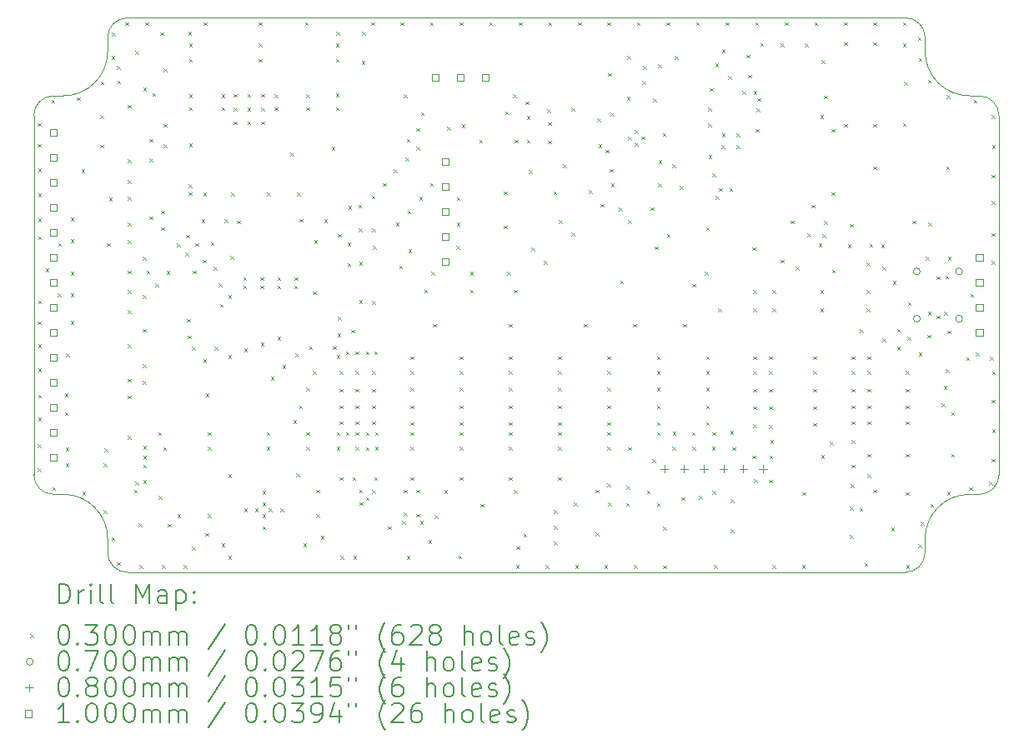
<source format=gbr>
%TF.GenerationSoftware,KiCad,Pcbnew,8.0.4*%
%TF.CreationDate,2024-11-11T15:06:16+01:00*%
%TF.ProjectId,100008_hw-vern-aqm,31303030-3038-45f6-9877-2d7665726e2d,1.1*%
%TF.SameCoordinates,Original*%
%TF.FileFunction,Drillmap*%
%TF.FilePolarity,Positive*%
%FSLAX45Y45*%
G04 Gerber Fmt 4.5, Leading zero omitted, Abs format (unit mm)*
G04 Created by KiCad (PCBNEW 8.0.4) date 2024-11-11 15:06:16*
%MOMM*%
%LPD*%
G01*
G04 APERTURE LIST*
%ADD10C,0.100000*%
%ADD11C,0.200000*%
G04 APERTURE END LIST*
D10*
X10300000Y-30792000D02*
X10200000Y-30792000D01*
X10300000Y-34842000D02*
X10200000Y-34842000D01*
X19500000Y-30792000D02*
G75*
G02*
X19050000Y-30342000I0J450000D01*
G01*
X19800000Y-34642000D02*
G75*
G02*
X19600000Y-34842000I-200000J0D01*
G01*
X10750000Y-30342000D02*
G75*
G02*
X10300000Y-30792000I-450000J0D01*
G01*
X10950000Y-35634000D02*
X18850000Y-35634000D01*
X10200000Y-34842000D02*
G75*
G02*
X10000000Y-34642000I0J200000D01*
G01*
X18850000Y-30000000D02*
G75*
G02*
X19050000Y-30200000I0J-200000D01*
G01*
X10750000Y-30342000D02*
X10750000Y-30200000D01*
X18850000Y-30000000D02*
X10950000Y-30000000D01*
X19500000Y-30792000D02*
X19600000Y-30792000D01*
X10750000Y-30200000D02*
G75*
G02*
X10950000Y-30000000I200000J0D01*
G01*
X10000000Y-30992000D02*
G75*
G02*
X10200000Y-30792000I200000J0D01*
G01*
X19500000Y-34842000D02*
X19600000Y-34842000D01*
X10950000Y-35634000D02*
G75*
G02*
X10750000Y-35434000I0J200000D01*
G01*
X19050000Y-35434000D02*
G75*
G02*
X18850000Y-35634000I-200000J0D01*
G01*
X10000000Y-30992000D02*
X10000000Y-34642000D01*
X10750000Y-35292000D02*
X10750000Y-35434000D01*
X19050000Y-35292000D02*
G75*
G02*
X19500000Y-34842000I450000J0D01*
G01*
X19050000Y-30342000D02*
X19050000Y-30200000D01*
X19600000Y-30792000D02*
G75*
G02*
X19800000Y-30992000I0J-200000D01*
G01*
X10300000Y-34842000D02*
G75*
G02*
X10750000Y-35292000I0J-450000D01*
G01*
X19800000Y-34642000D02*
X19800000Y-30992000D01*
X19050000Y-35292000D02*
X19050000Y-35434000D01*
D11*
D10*
X10040011Y-31281895D02*
X10070011Y-31311895D01*
X10070011Y-31281895D02*
X10040011Y-31311895D01*
X10040290Y-31069501D02*
X10070290Y-31099501D01*
X10070290Y-31069501D02*
X10040290Y-31099501D01*
X10040345Y-34579078D02*
X10070345Y-34609078D01*
X10070345Y-34579078D02*
X10040345Y-34609078D01*
X10040624Y-33085592D02*
X10070624Y-33115592D01*
X10070624Y-33085592D02*
X10040624Y-33115592D01*
X10042016Y-34333098D02*
X10072016Y-34363098D01*
X10072016Y-34333098D02*
X10042016Y-34363098D01*
X10045000Y-31529000D02*
X10075000Y-31559000D01*
X10075000Y-31529000D02*
X10045000Y-31559000D01*
X10045000Y-31784000D02*
X10075000Y-31814000D01*
X10075000Y-31784000D02*
X10045000Y-31814000D01*
X10045000Y-32039000D02*
X10075000Y-32069000D01*
X10075000Y-32039000D02*
X10045000Y-32069000D01*
X10045000Y-32219000D02*
X10075000Y-32249000D01*
X10075000Y-32219000D02*
X10045000Y-32249000D01*
X10045000Y-32874000D02*
X10075000Y-32904000D01*
X10075000Y-32874000D02*
X10045000Y-32904000D01*
X10045000Y-33319000D02*
X10075000Y-33349000D01*
X10075000Y-33319000D02*
X10045000Y-33349000D01*
X10045000Y-33564000D02*
X10075000Y-33594000D01*
X10075000Y-33564000D02*
X10045000Y-33594000D01*
X10045000Y-33829000D02*
X10075000Y-33859000D01*
X10075000Y-33829000D02*
X10045000Y-33859000D01*
X10045000Y-34064000D02*
X10075000Y-34094000D01*
X10075000Y-34064000D02*
X10045000Y-34094000D01*
X10121303Y-32548165D02*
X10151303Y-32578165D01*
X10151303Y-32548165D02*
X10121303Y-32578165D01*
X10179502Y-30833170D02*
X10209502Y-30863170D01*
X10209502Y-30833170D02*
X10179502Y-30863170D01*
X10190000Y-34769000D02*
X10220000Y-34799000D01*
X10220000Y-34769000D02*
X10190000Y-34799000D01*
X10244911Y-32801383D02*
X10274911Y-32831383D01*
X10274911Y-32801383D02*
X10244911Y-32831383D01*
X10247416Y-32289857D02*
X10277416Y-32319857D01*
X10277416Y-32289857D02*
X10247416Y-32319857D01*
X10315000Y-33819000D02*
X10345000Y-33849000D01*
X10345000Y-33819000D02*
X10315000Y-33849000D01*
X10315000Y-34009000D02*
X10345000Y-34039000D01*
X10345000Y-34009000D02*
X10315000Y-34039000D01*
X10325000Y-34369000D02*
X10355000Y-34399000D01*
X10355000Y-34369000D02*
X10325000Y-34399000D01*
X10325000Y-34529000D02*
X10355000Y-34559000D01*
X10355000Y-34529000D02*
X10325000Y-34559000D01*
X10326481Y-33408677D02*
X10356481Y-33438677D01*
X10356481Y-33408677D02*
X10326481Y-33438677D01*
X10375000Y-32029000D02*
X10405000Y-32059000D01*
X10405000Y-32029000D02*
X10375000Y-32059000D01*
X10375000Y-32249000D02*
X10405000Y-32279000D01*
X10405000Y-32249000D02*
X10375000Y-32279000D01*
X10375000Y-32579000D02*
X10405000Y-32609000D01*
X10405000Y-32579000D02*
X10375000Y-32609000D01*
X10375000Y-32799000D02*
X10405000Y-32829000D01*
X10405000Y-32799000D02*
X10375000Y-32829000D01*
X10375000Y-33079000D02*
X10405000Y-33109000D01*
X10405000Y-33079000D02*
X10375000Y-33109000D01*
X10436949Y-30808741D02*
X10466949Y-30838741D01*
X10466949Y-30808741D02*
X10436949Y-30838741D01*
X10485000Y-31539000D02*
X10515000Y-31569000D01*
X10515000Y-31539000D02*
X10485000Y-31569000D01*
X10493018Y-34815715D02*
X10523018Y-34845715D01*
X10523018Y-34815715D02*
X10493018Y-34845715D01*
X10675000Y-30989000D02*
X10705000Y-31019000D01*
X10705000Y-30989000D02*
X10675000Y-31019000D01*
X10675000Y-31289000D02*
X10705000Y-31319000D01*
X10705000Y-31289000D02*
X10675000Y-31319000D01*
X10678875Y-30644557D02*
X10708875Y-30674557D01*
X10708875Y-30644557D02*
X10678875Y-30674557D01*
X10709053Y-35001684D02*
X10739053Y-35031684D01*
X10739053Y-35001684D02*
X10709053Y-35031684D01*
X10710000Y-34529000D02*
X10740000Y-34559000D01*
X10740000Y-34529000D02*
X10710000Y-34559000D01*
X10716386Y-34377435D02*
X10746386Y-34407435D01*
X10746386Y-34377435D02*
X10716386Y-34407435D01*
X10745000Y-32289000D02*
X10775000Y-32319000D01*
X10775000Y-32289000D02*
X10745000Y-32319000D01*
X10765000Y-31829000D02*
X10795000Y-31859000D01*
X10795000Y-31829000D02*
X10765000Y-31859000D01*
X10790000Y-30389000D02*
X10820000Y-30419000D01*
X10820000Y-30389000D02*
X10790000Y-30419000D01*
X10791180Y-35276183D02*
X10821180Y-35306183D01*
X10821180Y-35276183D02*
X10791180Y-35306183D01*
X10795713Y-30151350D02*
X10825713Y-30181350D01*
X10825713Y-30151350D02*
X10795713Y-30181350D01*
X10845000Y-30489000D02*
X10875000Y-30519000D01*
X10875000Y-30489000D02*
X10845000Y-30519000D01*
X10846303Y-35531194D02*
X10876303Y-35561194D01*
X10876303Y-35531194D02*
X10846303Y-35561194D01*
X10847500Y-30636500D02*
X10877500Y-30666500D01*
X10877500Y-30636500D02*
X10847500Y-30666500D01*
X10930000Y-30044000D02*
X10960000Y-30074000D01*
X10960000Y-30044000D02*
X10930000Y-30074000D01*
X10955000Y-30881500D02*
X10985000Y-30911500D01*
X10985000Y-30881500D02*
X10955000Y-30911500D01*
X10955000Y-31439000D02*
X10985000Y-31469000D01*
X10985000Y-31439000D02*
X10955000Y-31469000D01*
X10955000Y-31649000D02*
X10985000Y-31679000D01*
X10985000Y-31649000D02*
X10955000Y-31679000D01*
X10955000Y-31819000D02*
X10985000Y-31849000D01*
X10985000Y-31819000D02*
X10955000Y-31849000D01*
X10955000Y-32079000D02*
X10985000Y-32109000D01*
X10985000Y-32079000D02*
X10955000Y-32109000D01*
X10955000Y-32259000D02*
X10985000Y-32289000D01*
X10985000Y-32259000D02*
X10955000Y-32289000D01*
X10955000Y-32569000D02*
X10985000Y-32599000D01*
X10985000Y-32569000D02*
X10955000Y-32599000D01*
X10955000Y-32769000D02*
X10985000Y-32799000D01*
X10985000Y-32769000D02*
X10955000Y-32799000D01*
X10955000Y-32969000D02*
X10985000Y-32999000D01*
X10985000Y-32969000D02*
X10955000Y-32999000D01*
X10955000Y-33319000D02*
X10985000Y-33349000D01*
X10985000Y-33319000D02*
X10955000Y-33349000D01*
X10955000Y-33669000D02*
X10985000Y-33699000D01*
X10985000Y-33669000D02*
X10955000Y-33699000D01*
X10955000Y-33839000D02*
X10985000Y-33869000D01*
X10985000Y-33839000D02*
X10955000Y-33869000D01*
X10955000Y-34249000D02*
X10985000Y-34279000D01*
X10985000Y-34249000D02*
X10955000Y-34279000D01*
X11019298Y-34795754D02*
X11049298Y-34825754D01*
X11049298Y-34795754D02*
X11019298Y-34825754D01*
X11030000Y-30339000D02*
X11060000Y-30369000D01*
X11060000Y-30339000D02*
X11030000Y-30369000D01*
X11030000Y-34714000D02*
X11060000Y-34744000D01*
X11060000Y-34714000D02*
X11030000Y-34744000D01*
X11065000Y-35139000D02*
X11095000Y-35169000D01*
X11095000Y-35139000D02*
X11065000Y-35169000D01*
X11075000Y-35559000D02*
X11105000Y-35589000D01*
X11105000Y-35559000D02*
X11075000Y-35589000D01*
X11105000Y-32429000D02*
X11135000Y-32459000D01*
X11135000Y-32429000D02*
X11105000Y-32459000D01*
X11105000Y-32819000D02*
X11135000Y-32849000D01*
X11135000Y-32819000D02*
X11105000Y-32849000D01*
X11105000Y-33159000D02*
X11135000Y-33189000D01*
X11135000Y-33159000D02*
X11105000Y-33189000D01*
X11105000Y-33519000D02*
X11135000Y-33549000D01*
X11135000Y-33519000D02*
X11105000Y-33549000D01*
X11105000Y-33689000D02*
X11135000Y-33719000D01*
X11135000Y-33689000D02*
X11105000Y-33719000D01*
X11110000Y-34349000D02*
X11140000Y-34379000D01*
X11140000Y-34349000D02*
X11110000Y-34379000D01*
X11110000Y-34539000D02*
X11140000Y-34569000D01*
X11140000Y-34539000D02*
X11110000Y-34569000D01*
X11110000Y-34699000D02*
X11140000Y-34729000D01*
X11140000Y-34699000D02*
X11110000Y-34729000D01*
X11112500Y-30709000D02*
X11142500Y-30739000D01*
X11142500Y-30709000D02*
X11112500Y-30739000D01*
X11112500Y-34454000D02*
X11142500Y-34484000D01*
X11142500Y-34454000D02*
X11112500Y-34484000D01*
X11130000Y-30044000D02*
X11160000Y-30074000D01*
X11160000Y-30044000D02*
X11130000Y-30074000D01*
X11145000Y-32569000D02*
X11175000Y-32599000D01*
X11175000Y-32569000D02*
X11145000Y-32599000D01*
X11175000Y-31229000D02*
X11205000Y-31259000D01*
X11205000Y-31229000D02*
X11175000Y-31259000D01*
X11175000Y-31429000D02*
X11205000Y-31459000D01*
X11205000Y-31429000D02*
X11175000Y-31459000D01*
X11175000Y-32019000D02*
X11205000Y-32049000D01*
X11205000Y-32019000D02*
X11175000Y-32049000D01*
X11202500Y-30764000D02*
X11232500Y-30794000D01*
X11232500Y-30764000D02*
X11202500Y-30794000D01*
X11235000Y-32699000D02*
X11265000Y-32729000D01*
X11265000Y-32699000D02*
X11235000Y-32729000D01*
X11265000Y-34209000D02*
X11295000Y-34239000D01*
X11295000Y-34209000D02*
X11265000Y-34239000D01*
X11269855Y-34857558D02*
X11299855Y-34887558D01*
X11299855Y-34857558D02*
X11269855Y-34887558D01*
X11282500Y-30146500D02*
X11312500Y-30176500D01*
X11312500Y-30146500D02*
X11282500Y-30176500D01*
X11295000Y-31959000D02*
X11325000Y-31989000D01*
X11325000Y-31959000D02*
X11295000Y-31989000D01*
X11295000Y-32129000D02*
X11325000Y-32159000D01*
X11325000Y-32129000D02*
X11295000Y-32159000D01*
X11300000Y-35559000D02*
X11330000Y-35589000D01*
X11330000Y-35559000D02*
X11300000Y-35589000D01*
X11315000Y-34364000D02*
X11345000Y-34394000D01*
X11345000Y-34364000D02*
X11315000Y-34394000D01*
X11320000Y-30516500D02*
X11350000Y-30546500D01*
X11350000Y-30516500D02*
X11320000Y-30546500D01*
X11320000Y-31079000D02*
X11350000Y-31109000D01*
X11350000Y-31079000D02*
X11320000Y-31109000D01*
X11320000Y-31284000D02*
X11350000Y-31314000D01*
X11350000Y-31284000D02*
X11320000Y-31314000D01*
X11349410Y-32573755D02*
X11379410Y-32603755D01*
X11379410Y-32573755D02*
X11349410Y-32603755D01*
X11360891Y-35139969D02*
X11390891Y-35169969D01*
X11390891Y-35139969D02*
X11360891Y-35169969D01*
X11455000Y-32294000D02*
X11485000Y-32324000D01*
X11485000Y-32294000D02*
X11455000Y-32324000D01*
X11456938Y-35046010D02*
X11486938Y-35076010D01*
X11486938Y-35046010D02*
X11456938Y-35076010D01*
X11520000Y-35559000D02*
X11550000Y-35589000D01*
X11550000Y-35559000D02*
X11520000Y-35589000D01*
X11540134Y-32383632D02*
X11570134Y-32413632D01*
X11570134Y-32383632D02*
X11540134Y-32413632D01*
X11545000Y-32204000D02*
X11575000Y-32234000D01*
X11575000Y-32204000D02*
X11545000Y-32234000D01*
X11555000Y-33059000D02*
X11585000Y-33089000D01*
X11585000Y-33059000D02*
X11555000Y-33089000D01*
X11565000Y-33229000D02*
X11595000Y-33259000D01*
X11595000Y-33229000D02*
X11565000Y-33259000D01*
X11570000Y-30144000D02*
X11600000Y-30174000D01*
X11600000Y-30144000D02*
X11570000Y-30174000D01*
X11574145Y-31690500D02*
X11604145Y-31720500D01*
X11604145Y-31690500D02*
X11574145Y-31720500D01*
X11574145Y-31770500D02*
X11604145Y-31800500D01*
X11604145Y-31770500D02*
X11574145Y-31800500D01*
X11575000Y-30259000D02*
X11605000Y-30289000D01*
X11605000Y-30259000D02*
X11575000Y-30289000D01*
X11575000Y-30419000D02*
X11605000Y-30449000D01*
X11605000Y-30419000D02*
X11575000Y-30449000D01*
X11575000Y-30779000D02*
X11605000Y-30809000D01*
X11605000Y-30779000D02*
X11575000Y-30809000D01*
X11575000Y-30909000D02*
X11605000Y-30939000D01*
X11605000Y-30909000D02*
X11575000Y-30939000D01*
X11575000Y-31279000D02*
X11605000Y-31309000D01*
X11605000Y-31279000D02*
X11575000Y-31309000D01*
X11604933Y-35375013D02*
X11634933Y-35405013D01*
X11634933Y-35375013D02*
X11604933Y-35405013D01*
X11605044Y-33341505D02*
X11635044Y-33371505D01*
X11635044Y-33341505D02*
X11605044Y-33371505D01*
X11615000Y-32569000D02*
X11645000Y-32599000D01*
X11645000Y-32569000D02*
X11615000Y-32599000D01*
X11640000Y-32289000D02*
X11670000Y-32319000D01*
X11670000Y-32289000D02*
X11640000Y-32319000D01*
X11703608Y-32045915D02*
X11733608Y-32075915D01*
X11733608Y-32045915D02*
X11703608Y-32075915D01*
X11714688Y-32459233D02*
X11744688Y-32489233D01*
X11744688Y-32459233D02*
X11714688Y-32489233D01*
X11718931Y-33470765D02*
X11748931Y-33500765D01*
X11748931Y-33470765D02*
X11718931Y-33500765D01*
X11720000Y-31774000D02*
X11750000Y-31804000D01*
X11750000Y-31774000D02*
X11720000Y-31804000D01*
X11725000Y-30044000D02*
X11755000Y-30074000D01*
X11755000Y-30044000D02*
X11725000Y-30074000D01*
X11741626Y-35233031D02*
X11771626Y-35263031D01*
X11771626Y-35233031D02*
X11741626Y-35263031D01*
X11745000Y-33819000D02*
X11775000Y-33849000D01*
X11775000Y-33819000D02*
X11745000Y-33849000D01*
X11765000Y-34209000D02*
X11795000Y-34239000D01*
X11795000Y-34209000D02*
X11765000Y-34239000D01*
X11765000Y-34359000D02*
X11795000Y-34389000D01*
X11795000Y-34359000D02*
X11765000Y-34389000D01*
X11767628Y-35046428D02*
X11797628Y-35076428D01*
X11797628Y-35046428D02*
X11767628Y-35076428D01*
X11795000Y-32279000D02*
X11825000Y-32309000D01*
X11825000Y-32279000D02*
X11795000Y-32309000D01*
X11825000Y-32529000D02*
X11855000Y-32559000D01*
X11855000Y-32529000D02*
X11825000Y-32559000D01*
X11836392Y-33341227D02*
X11866392Y-33371227D01*
X11866392Y-33341227D02*
X11836392Y-33371227D01*
X11875000Y-32699000D02*
X11905000Y-32729000D01*
X11905000Y-32699000D02*
X11875000Y-32729000D01*
X11888151Y-32906472D02*
X11918151Y-32936472D01*
X11918151Y-32906472D02*
X11888151Y-32936472D01*
X11905000Y-30779000D02*
X11935000Y-30809000D01*
X11935000Y-30779000D02*
X11905000Y-30809000D01*
X11905000Y-30909000D02*
X11935000Y-30939000D01*
X11935000Y-30909000D02*
X11905000Y-30939000D01*
X11905217Y-35342625D02*
X11935217Y-35372625D01*
X11935217Y-35342625D02*
X11905217Y-35372625D01*
X11935000Y-32049000D02*
X11965000Y-32079000D01*
X11965000Y-32049000D02*
X11935000Y-32079000D01*
X11975000Y-32819000D02*
X12005000Y-32849000D01*
X12005000Y-32819000D02*
X11975000Y-32849000D01*
X11975000Y-33429000D02*
X12005000Y-33459000D01*
X12005000Y-33429000D02*
X11975000Y-33459000D01*
X11975000Y-34639000D02*
X12005000Y-34669000D01*
X12005000Y-34639000D02*
X11975000Y-34669000D01*
X11975000Y-35469000D02*
X12005000Y-35499000D01*
X12005000Y-35469000D02*
X11975000Y-35499000D01*
X11995000Y-32419000D02*
X12025000Y-32449000D01*
X12025000Y-32419000D02*
X11995000Y-32449000D01*
X12005000Y-31774000D02*
X12035000Y-31804000D01*
X12035000Y-31774000D02*
X12005000Y-31804000D01*
X12030000Y-30774000D02*
X12060000Y-30804000D01*
X12060000Y-30774000D02*
X12030000Y-30804000D01*
X12030000Y-30914000D02*
X12060000Y-30944000D01*
X12060000Y-30914000D02*
X12030000Y-30944000D01*
X12030000Y-31054000D02*
X12060000Y-31084000D01*
X12060000Y-31054000D02*
X12030000Y-31084000D01*
X12065000Y-32059000D02*
X12095000Y-32089000D01*
X12095000Y-32059000D02*
X12065000Y-32089000D01*
X12127500Y-32634000D02*
X12157500Y-32664000D01*
X12157500Y-32634000D02*
X12127500Y-32664000D01*
X12127500Y-32719000D02*
X12157500Y-32749000D01*
X12157500Y-32719000D02*
X12127500Y-32749000D01*
X12134796Y-34984460D02*
X12164796Y-35014460D01*
X12164796Y-34984460D02*
X12134796Y-35014460D01*
X12135000Y-33359000D02*
X12165000Y-33389000D01*
X12165000Y-33359000D02*
X12135000Y-33389000D01*
X12170000Y-30774000D02*
X12200000Y-30804000D01*
X12200000Y-30774000D02*
X12170000Y-30804000D01*
X12170000Y-30914000D02*
X12200000Y-30944000D01*
X12200000Y-30914000D02*
X12170000Y-30944000D01*
X12170000Y-31054000D02*
X12200000Y-31084000D01*
X12200000Y-31054000D02*
X12170000Y-31084000D01*
X12244796Y-34984460D02*
X12274796Y-35014460D01*
X12274796Y-34984460D02*
X12244796Y-35014460D01*
X12285000Y-30044000D02*
X12315000Y-30074000D01*
X12315000Y-30044000D02*
X12285000Y-30074000D01*
X12285000Y-30259000D02*
X12315000Y-30289000D01*
X12315000Y-30259000D02*
X12285000Y-30289000D01*
X12285000Y-30419000D02*
X12315000Y-30449000D01*
X12315000Y-30419000D02*
X12285000Y-30449000D01*
X12300000Y-32634000D02*
X12330000Y-32664000D01*
X12330000Y-32634000D02*
X12300000Y-32664000D01*
X12300000Y-32719000D02*
X12330000Y-32749000D01*
X12330000Y-32719000D02*
X12300000Y-32749000D01*
X12305000Y-33299000D02*
X12335000Y-33329000D01*
X12335000Y-33299000D02*
X12305000Y-33329000D01*
X12310000Y-30774000D02*
X12340000Y-30804000D01*
X12340000Y-30774000D02*
X12310000Y-30804000D01*
X12310000Y-30914000D02*
X12340000Y-30944000D01*
X12340000Y-30914000D02*
X12310000Y-30944000D01*
X12310000Y-31054000D02*
X12340000Y-31084000D01*
X12340000Y-31054000D02*
X12310000Y-31084000D01*
X12319989Y-34806021D02*
X12349989Y-34836021D01*
X12349989Y-34806021D02*
X12319989Y-34836021D01*
X12319989Y-34926021D02*
X12349989Y-34956021D01*
X12349989Y-34926021D02*
X12319989Y-34956021D01*
X12319989Y-35046021D02*
X12349989Y-35076021D01*
X12349989Y-35046021D02*
X12319989Y-35076021D01*
X12319989Y-35166021D02*
X12349989Y-35196021D01*
X12349989Y-35166021D02*
X12319989Y-35196021D01*
X12365000Y-34209000D02*
X12395000Y-34239000D01*
X12395000Y-34209000D02*
X12365000Y-34239000D01*
X12365000Y-34359000D02*
X12395000Y-34389000D01*
X12395000Y-34359000D02*
X12365000Y-34389000D01*
X12370000Y-31774000D02*
X12400000Y-31804000D01*
X12400000Y-31774000D02*
X12370000Y-31804000D01*
X12384796Y-34984460D02*
X12414796Y-35014460D01*
X12414796Y-34984460D02*
X12384796Y-35014460D01*
X12405000Y-33649000D02*
X12435000Y-33679000D01*
X12435000Y-33649000D02*
X12405000Y-33679000D01*
X12445000Y-30779000D02*
X12475000Y-30809000D01*
X12475000Y-30779000D02*
X12445000Y-30809000D01*
X12445000Y-30909000D02*
X12475000Y-30939000D01*
X12475000Y-30909000D02*
X12445000Y-30939000D01*
X12475000Y-32634000D02*
X12505000Y-32664000D01*
X12505000Y-32634000D02*
X12475000Y-32664000D01*
X12475000Y-32719000D02*
X12505000Y-32749000D01*
X12505000Y-32719000D02*
X12475000Y-32749000D01*
X12475000Y-33239000D02*
X12505000Y-33269000D01*
X12505000Y-33239000D02*
X12475000Y-33269000D01*
X12504796Y-34984460D02*
X12534796Y-35014460D01*
X12534796Y-34984460D02*
X12504796Y-35014460D01*
X12525000Y-33529000D02*
X12555000Y-33559000D01*
X12555000Y-33529000D02*
X12525000Y-33559000D01*
X12605000Y-31369000D02*
X12635000Y-31399000D01*
X12635000Y-31369000D02*
X12605000Y-31399000D01*
X12635000Y-34089000D02*
X12665000Y-34119000D01*
X12665000Y-34089000D02*
X12635000Y-34119000D01*
X12645000Y-32719000D02*
X12675000Y-32749000D01*
X12675000Y-32719000D02*
X12645000Y-32749000D01*
X12647500Y-32634000D02*
X12677500Y-32664000D01*
X12677500Y-32634000D02*
X12647500Y-32664000D01*
X12655000Y-33409000D02*
X12685000Y-33439000D01*
X12685000Y-33409000D02*
X12655000Y-33439000D01*
X12665000Y-34629000D02*
X12695000Y-34659000D01*
X12695000Y-34629000D02*
X12665000Y-34659000D01*
X12675000Y-31774000D02*
X12705000Y-31804000D01*
X12705000Y-31774000D02*
X12675000Y-31804000D01*
X12695000Y-33939000D02*
X12725000Y-33969000D01*
X12725000Y-33939000D02*
X12695000Y-33969000D01*
X12700000Y-32044000D02*
X12730000Y-32074000D01*
X12730000Y-32044000D02*
X12700000Y-32074000D01*
X12735791Y-35342018D02*
X12765791Y-35372018D01*
X12765791Y-35342018D02*
X12735791Y-35372018D01*
X12755000Y-30044000D02*
X12785000Y-30074000D01*
X12785000Y-30044000D02*
X12755000Y-30074000D01*
X12765000Y-30779000D02*
X12795000Y-30809000D01*
X12795000Y-30779000D02*
X12765000Y-30809000D01*
X12765000Y-30909000D02*
X12795000Y-30939000D01*
X12795000Y-30909000D02*
X12765000Y-30939000D01*
X12765000Y-33759000D02*
X12795000Y-33789000D01*
X12795000Y-33759000D02*
X12765000Y-33789000D01*
X12765000Y-34209000D02*
X12795000Y-34239000D01*
X12795000Y-34209000D02*
X12765000Y-34239000D01*
X12765000Y-34359000D02*
X12795000Y-34389000D01*
X12795000Y-34359000D02*
X12765000Y-34389000D01*
X12795000Y-33339000D02*
X12825000Y-33369000D01*
X12825000Y-33339000D02*
X12795000Y-33369000D01*
X12835000Y-32779000D02*
X12865000Y-32809000D01*
X12865000Y-32779000D02*
X12835000Y-32809000D01*
X12835000Y-33589000D02*
X12865000Y-33619000D01*
X12865000Y-33589000D02*
X12835000Y-33619000D01*
X12845000Y-32259000D02*
X12875000Y-32289000D01*
X12875000Y-32259000D02*
X12845000Y-32289000D01*
X12868107Y-34796561D02*
X12898107Y-34826561D01*
X12898107Y-34796561D02*
X12868107Y-34826561D01*
X12868586Y-35043855D02*
X12898586Y-35073855D01*
X12898586Y-35043855D02*
X12868586Y-35073855D01*
X12915078Y-35265737D02*
X12945078Y-35295737D01*
X12945078Y-35265737D02*
X12915078Y-35295737D01*
X12950000Y-32049000D02*
X12980000Y-32079000D01*
X12980000Y-32049000D02*
X12950000Y-32079000D01*
X13025000Y-31309000D02*
X13055000Y-31339000D01*
X13055000Y-31309000D02*
X13025000Y-31339000D01*
X13035000Y-33339000D02*
X13065000Y-33369000D01*
X13065000Y-33339000D02*
X13035000Y-33369000D01*
X13065000Y-30259000D02*
X13095000Y-30289000D01*
X13095000Y-30259000D02*
X13065000Y-30289000D01*
X13065000Y-30419000D02*
X13095000Y-30449000D01*
X13095000Y-30419000D02*
X13065000Y-30449000D01*
X13065000Y-30769000D02*
X13095000Y-30799000D01*
X13095000Y-30769000D02*
X13065000Y-30799000D01*
X13065000Y-30909000D02*
X13095000Y-30939000D01*
X13095000Y-30909000D02*
X13065000Y-30939000D01*
X13070000Y-30144000D02*
X13100000Y-30174000D01*
X13100000Y-30144000D02*
X13070000Y-30174000D01*
X13075000Y-33429000D02*
X13105000Y-33459000D01*
X13105000Y-33429000D02*
X13075000Y-33459000D01*
X13075000Y-34209000D02*
X13105000Y-34239000D01*
X13105000Y-34209000D02*
X13075000Y-34239000D01*
X13075000Y-34359000D02*
X13105000Y-34389000D01*
X13105000Y-34359000D02*
X13075000Y-34389000D01*
X13084588Y-33206299D02*
X13114588Y-33236299D01*
X13114588Y-33206299D02*
X13084588Y-33236299D01*
X13090000Y-32194000D02*
X13120000Y-32224000D01*
X13120000Y-32194000D02*
X13090000Y-32224000D01*
X13090017Y-33039679D02*
X13120017Y-33069679D01*
X13120017Y-33039679D02*
X13090017Y-33069679D01*
X13105000Y-33589000D02*
X13135000Y-33619000D01*
X13135000Y-33589000D02*
X13105000Y-33619000D01*
X13105000Y-33769000D02*
X13135000Y-33799000D01*
X13135000Y-33769000D02*
X13105000Y-33799000D01*
X13105000Y-33939000D02*
X13135000Y-33969000D01*
X13135000Y-33939000D02*
X13105000Y-33969000D01*
X13105000Y-34099000D02*
X13135000Y-34129000D01*
X13135000Y-34099000D02*
X13105000Y-34129000D01*
X13105000Y-34669000D02*
X13135000Y-34699000D01*
X13135000Y-34669000D02*
X13105000Y-34699000D01*
X13112739Y-35469802D02*
X13142739Y-35499802D01*
X13142739Y-35469802D02*
X13112739Y-35499802D01*
X13170000Y-33389000D02*
X13200000Y-33419000D01*
X13200000Y-33389000D02*
X13170000Y-33419000D01*
X13170000Y-34209000D02*
X13200000Y-34239000D01*
X13200000Y-34209000D02*
X13170000Y-34239000D01*
X13185000Y-32284000D02*
X13215000Y-32314000D01*
X13215000Y-32284000D02*
X13185000Y-32314000D01*
X13185000Y-32491500D02*
X13215000Y-32521500D01*
X13215000Y-32491500D02*
X13185000Y-32521500D01*
X13195000Y-31911500D02*
X13225000Y-31941500D01*
X13225000Y-31911500D02*
X13195000Y-31941500D01*
X13225000Y-33169000D02*
X13255000Y-33199000D01*
X13255000Y-33169000D02*
X13225000Y-33199000D01*
X13235000Y-34669000D02*
X13265000Y-34699000D01*
X13265000Y-34669000D02*
X13235000Y-34699000D01*
X13245534Y-35469802D02*
X13275534Y-35499802D01*
X13275534Y-35469802D02*
X13245534Y-35499802D01*
X13265000Y-33389000D02*
X13295000Y-33419000D01*
X13295000Y-33389000D02*
X13265000Y-33419000D01*
X13265000Y-33589000D02*
X13295000Y-33619000D01*
X13295000Y-33589000D02*
X13265000Y-33619000D01*
X13265000Y-33769000D02*
X13295000Y-33799000D01*
X13295000Y-33769000D02*
X13265000Y-33799000D01*
X13265000Y-33939000D02*
X13295000Y-33969000D01*
X13295000Y-33939000D02*
X13265000Y-33969000D01*
X13265000Y-34099000D02*
X13295000Y-34129000D01*
X13295000Y-34099000D02*
X13265000Y-34129000D01*
X13265000Y-34209000D02*
X13295000Y-34239000D01*
X13295000Y-34209000D02*
X13265000Y-34239000D01*
X13265000Y-34359000D02*
X13295000Y-34389000D01*
X13295000Y-34359000D02*
X13265000Y-34389000D01*
X13295000Y-31899000D02*
X13325000Y-31929000D01*
X13325000Y-31899000D02*
X13295000Y-31929000D01*
X13300000Y-32139000D02*
X13330000Y-32169000D01*
X13330000Y-32139000D02*
X13300000Y-32169000D01*
X13305000Y-32479000D02*
X13335000Y-32509000D01*
X13335000Y-32479000D02*
X13305000Y-32509000D01*
X13305000Y-32869000D02*
X13335000Y-32899000D01*
X13335000Y-32869000D02*
X13305000Y-32899000D01*
X13305000Y-34796561D02*
X13335000Y-34826561D01*
X13335000Y-34796561D02*
X13305000Y-34826561D01*
X13307611Y-34922521D02*
X13337611Y-34952521D01*
X13337611Y-34922521D02*
X13307611Y-34952521D01*
X13327500Y-30439000D02*
X13357500Y-30469000D01*
X13357500Y-30439000D02*
X13327500Y-30469000D01*
X13335364Y-30142482D02*
X13365364Y-30172482D01*
X13365364Y-30142482D02*
X13335364Y-30172482D01*
X13370000Y-33389000D02*
X13400000Y-33419000D01*
X13400000Y-33389000D02*
X13370000Y-33419000D01*
X13370000Y-34209000D02*
X13400000Y-34239000D01*
X13400000Y-34209000D02*
X13370000Y-34239000D01*
X13370000Y-34361500D02*
X13400000Y-34391500D01*
X13400000Y-34361500D02*
X13370000Y-34391500D01*
X13370000Y-34869000D02*
X13400000Y-34899000D01*
X13400000Y-34869000D02*
X13370000Y-34899000D01*
X13425000Y-30044000D02*
X13455000Y-30074000D01*
X13455000Y-30044000D02*
X13425000Y-30074000D01*
X13431075Y-31805347D02*
X13461075Y-31835347D01*
X13461075Y-31805347D02*
X13431075Y-31835347D01*
X13435000Y-32139000D02*
X13465000Y-32169000D01*
X13465000Y-32139000D02*
X13435000Y-32169000D01*
X13435000Y-32879000D02*
X13465000Y-32909000D01*
X13465000Y-32879000D02*
X13435000Y-32909000D01*
X13435000Y-33589000D02*
X13465000Y-33619000D01*
X13465000Y-33589000D02*
X13435000Y-33619000D01*
X13435000Y-33769000D02*
X13465000Y-33799000D01*
X13465000Y-33769000D02*
X13435000Y-33799000D01*
X13435000Y-33939000D02*
X13465000Y-33969000D01*
X13465000Y-33939000D02*
X13435000Y-33969000D01*
X13435000Y-34099000D02*
X13465000Y-34129000D01*
X13465000Y-34099000D02*
X13435000Y-34129000D01*
X13435000Y-34799000D02*
X13465000Y-34829000D01*
X13465000Y-34799000D02*
X13435000Y-34829000D01*
X13445000Y-32319000D02*
X13475000Y-32349000D01*
X13475000Y-32319000D02*
X13445000Y-32349000D01*
X13455000Y-33389000D02*
X13485000Y-33419000D01*
X13485000Y-33389000D02*
X13455000Y-33419000D01*
X13455000Y-34669000D02*
X13485000Y-34699000D01*
X13485000Y-34669000D02*
X13455000Y-34699000D01*
X13465000Y-34209000D02*
X13495000Y-34239000D01*
X13495000Y-34209000D02*
X13465000Y-34239000D01*
X13465000Y-34359000D02*
X13495000Y-34389000D01*
X13495000Y-34359000D02*
X13465000Y-34389000D01*
X13545000Y-31679000D02*
X13575000Y-31709000D01*
X13575000Y-31679000D02*
X13545000Y-31709000D01*
X13595000Y-35169000D02*
X13625000Y-35199000D01*
X13625000Y-35169000D02*
X13595000Y-35199000D01*
X13655000Y-31539000D02*
X13685000Y-31569000D01*
X13685000Y-31539000D02*
X13655000Y-31569000D01*
X13675000Y-32079000D02*
X13705000Y-32109000D01*
X13705000Y-32079000D02*
X13675000Y-32109000D01*
X13710000Y-32519000D02*
X13740000Y-32549000D01*
X13740000Y-32519000D02*
X13710000Y-32549000D01*
X13725000Y-30044000D02*
X13755000Y-30074000D01*
X13755000Y-30044000D02*
X13725000Y-30074000D01*
X13740000Y-35114000D02*
X13770000Y-35144000D01*
X13770000Y-35114000D02*
X13740000Y-35144000D01*
X13755000Y-30779000D02*
X13785000Y-30809000D01*
X13785000Y-30779000D02*
X13755000Y-30809000D01*
X13755000Y-35029000D02*
X13785000Y-35059000D01*
X13785000Y-35029000D02*
X13755000Y-35059000D01*
X13757773Y-34796561D02*
X13787773Y-34826561D01*
X13787773Y-34796561D02*
X13757773Y-34826561D01*
X13775000Y-31419000D02*
X13805000Y-31449000D01*
X13805000Y-31419000D02*
X13775000Y-31449000D01*
X13785000Y-31229000D02*
X13815000Y-31259000D01*
X13815000Y-31229000D02*
X13785000Y-31259000D01*
X13785000Y-35469000D02*
X13815000Y-35499000D01*
X13815000Y-35469000D02*
X13785000Y-35499000D01*
X13795000Y-31959000D02*
X13825000Y-31989000D01*
X13825000Y-31959000D02*
X13795000Y-31989000D01*
X13805000Y-32354000D02*
X13835000Y-32384000D01*
X13835000Y-32354000D02*
X13805000Y-32384000D01*
X13825000Y-33439000D02*
X13855000Y-33469000D01*
X13855000Y-33439000D02*
X13825000Y-33469000D01*
X13825000Y-33589000D02*
X13855000Y-33619000D01*
X13855000Y-33589000D02*
X13825000Y-33619000D01*
X13825000Y-33759000D02*
X13855000Y-33789000D01*
X13855000Y-33759000D02*
X13825000Y-33789000D01*
X13825000Y-33939000D02*
X13855000Y-33969000D01*
X13855000Y-33939000D02*
X13825000Y-33969000D01*
X13825000Y-34109000D02*
X13855000Y-34139000D01*
X13855000Y-34109000D02*
X13825000Y-34139000D01*
X13825000Y-34209000D02*
X13855000Y-34239000D01*
X13855000Y-34209000D02*
X13825000Y-34239000D01*
X13825000Y-34359000D02*
X13855000Y-34389000D01*
X13855000Y-34359000D02*
X13825000Y-34389000D01*
X13825000Y-34669000D02*
X13855000Y-34699000D01*
X13855000Y-34669000D02*
X13825000Y-34699000D01*
X13882494Y-34796004D02*
X13912494Y-34826004D01*
X13912494Y-34796004D02*
X13882494Y-34826004D01*
X13885000Y-31119000D02*
X13915000Y-31149000D01*
X13915000Y-31119000D02*
X13885000Y-31149000D01*
X13885000Y-31309000D02*
X13915000Y-31339000D01*
X13915000Y-31309000D02*
X13885000Y-31339000D01*
X13885000Y-35039000D02*
X13915000Y-35069000D01*
X13915000Y-35039000D02*
X13885000Y-35069000D01*
X13915000Y-31819000D02*
X13945000Y-31849000D01*
X13945000Y-31819000D02*
X13915000Y-31849000D01*
X13922500Y-35114000D02*
X13952500Y-35144000D01*
X13952500Y-35114000D02*
X13922500Y-35144000D01*
X13930000Y-30959000D02*
X13960000Y-30989000D01*
X13960000Y-30959000D02*
X13930000Y-30989000D01*
X13965000Y-32764000D02*
X13995000Y-32794000D01*
X13995000Y-32764000D02*
X13965000Y-32794000D01*
X14007500Y-35309000D02*
X14037500Y-35339000D01*
X14037500Y-35309000D02*
X14007500Y-35339000D01*
X14025000Y-30044000D02*
X14055000Y-30074000D01*
X14055000Y-30044000D02*
X14025000Y-30074000D01*
X14025000Y-31679000D02*
X14055000Y-31709000D01*
X14055000Y-31679000D02*
X14025000Y-31709000D01*
X14035000Y-32579000D02*
X14065000Y-32609000D01*
X14065000Y-32579000D02*
X14035000Y-32609000D01*
X14055000Y-33109000D02*
X14085000Y-33139000D01*
X14085000Y-33109000D02*
X14055000Y-33139000D01*
X14068185Y-35053152D02*
X14098185Y-35083152D01*
X14098185Y-35053152D02*
X14068185Y-35083152D01*
X14169154Y-34796940D02*
X14199154Y-34826940D01*
X14199154Y-34796940D02*
X14169154Y-34826940D01*
X14195000Y-31109000D02*
X14225000Y-31139000D01*
X14225000Y-31109000D02*
X14195000Y-31139000D01*
X14290000Y-32319000D02*
X14320000Y-32349000D01*
X14320000Y-32319000D02*
X14290000Y-32349000D01*
X14295000Y-31824000D02*
X14325000Y-31854000D01*
X14325000Y-31824000D02*
X14295000Y-31854000D01*
X14295000Y-32079000D02*
X14325000Y-32109000D01*
X14325000Y-32079000D02*
X14295000Y-32109000D01*
X14312684Y-35462619D02*
X14342684Y-35492619D01*
X14342684Y-35462619D02*
X14312684Y-35492619D01*
X14325000Y-30044000D02*
X14355000Y-30074000D01*
X14355000Y-30044000D02*
X14325000Y-30074000D01*
X14325000Y-33439000D02*
X14355000Y-33469000D01*
X14355000Y-33439000D02*
X14325000Y-33469000D01*
X14325000Y-33589000D02*
X14355000Y-33619000D01*
X14355000Y-33589000D02*
X14325000Y-33619000D01*
X14325000Y-33759000D02*
X14355000Y-33789000D01*
X14355000Y-33759000D02*
X14325000Y-33789000D01*
X14325000Y-33939000D02*
X14355000Y-33969000D01*
X14355000Y-33939000D02*
X14325000Y-33969000D01*
X14325000Y-34109000D02*
X14355000Y-34139000D01*
X14355000Y-34109000D02*
X14325000Y-34139000D01*
X14325000Y-34209000D02*
X14355000Y-34239000D01*
X14355000Y-34209000D02*
X14325000Y-34239000D01*
X14325000Y-34359000D02*
X14355000Y-34389000D01*
X14355000Y-34359000D02*
X14325000Y-34389000D01*
X14325000Y-34669000D02*
X14355000Y-34699000D01*
X14355000Y-34669000D02*
X14325000Y-34699000D01*
X14345000Y-31081500D02*
X14375000Y-31111500D01*
X14375000Y-31081500D02*
X14345000Y-31111500D01*
X14430000Y-32579000D02*
X14460000Y-32609000D01*
X14460000Y-32579000D02*
X14430000Y-32609000D01*
X14430000Y-32764000D02*
X14460000Y-32794000D01*
X14460000Y-32764000D02*
X14430000Y-32794000D01*
X14525000Y-31239000D02*
X14555000Y-31269000D01*
X14555000Y-31239000D02*
X14525000Y-31269000D01*
X14535000Y-34939000D02*
X14565000Y-34969000D01*
X14565000Y-34939000D02*
X14535000Y-34969000D01*
X14625000Y-30044000D02*
X14655000Y-30074000D01*
X14655000Y-30044000D02*
X14625000Y-30074000D01*
X14775000Y-31764000D02*
X14805000Y-31794000D01*
X14805000Y-31764000D02*
X14775000Y-31794000D01*
X14775000Y-32109000D02*
X14805000Y-32139000D01*
X14805000Y-32109000D02*
X14775000Y-32139000D01*
X14787500Y-30949000D02*
X14817500Y-30979000D01*
X14817500Y-30949000D02*
X14787500Y-30979000D01*
X14805000Y-32579000D02*
X14835000Y-32609000D01*
X14835000Y-32579000D02*
X14805000Y-32609000D01*
X14825000Y-33109000D02*
X14855000Y-33139000D01*
X14855000Y-33109000D02*
X14825000Y-33139000D01*
X14825000Y-33439000D02*
X14855000Y-33469000D01*
X14855000Y-33439000D02*
X14825000Y-33469000D01*
X14825000Y-33589000D02*
X14855000Y-33619000D01*
X14855000Y-33589000D02*
X14825000Y-33619000D01*
X14825000Y-33759000D02*
X14855000Y-33789000D01*
X14855000Y-33759000D02*
X14825000Y-33789000D01*
X14825000Y-33939000D02*
X14855000Y-33969000D01*
X14855000Y-33939000D02*
X14825000Y-33969000D01*
X14825000Y-34109000D02*
X14855000Y-34139000D01*
X14855000Y-34109000D02*
X14825000Y-34139000D01*
X14825000Y-34209000D02*
X14855000Y-34239000D01*
X14855000Y-34209000D02*
X14825000Y-34239000D01*
X14825000Y-34359000D02*
X14855000Y-34389000D01*
X14855000Y-34359000D02*
X14825000Y-34389000D01*
X14825000Y-34669000D02*
X14855000Y-34699000D01*
X14855000Y-34669000D02*
X14825000Y-34699000D01*
X14865000Y-30779000D02*
X14895000Y-30809000D01*
X14895000Y-30779000D02*
X14865000Y-30809000D01*
X14875000Y-32764000D02*
X14905000Y-32794000D01*
X14905000Y-32764000D02*
X14875000Y-32794000D01*
X14875000Y-34799000D02*
X14905000Y-34829000D01*
X14905000Y-34799000D02*
X14875000Y-34829000D01*
X14885000Y-31239000D02*
X14915000Y-31269000D01*
X14915000Y-31239000D02*
X14885000Y-31269000D01*
X14896203Y-35562920D02*
X14926203Y-35592920D01*
X14926203Y-35562920D02*
X14896203Y-35592920D01*
X14901214Y-35369078D02*
X14931214Y-35399078D01*
X14931214Y-35369078D02*
X14901214Y-35399078D01*
X14925000Y-30044000D02*
X14955000Y-30074000D01*
X14955000Y-30044000D02*
X14925000Y-30074000D01*
X14970000Y-35243152D02*
X15000000Y-35273152D01*
X15000000Y-35243152D02*
X14970000Y-35273152D01*
X14995000Y-30849000D02*
X15025000Y-30879000D01*
X15025000Y-30849000D02*
X14995000Y-30879000D01*
X15005000Y-30999000D02*
X15035000Y-31029000D01*
X15035000Y-30999000D02*
X15005000Y-31029000D01*
X15005000Y-31239000D02*
X15035000Y-31269000D01*
X15035000Y-31239000D02*
X15005000Y-31269000D01*
X15027500Y-31546500D02*
X15057500Y-31576500D01*
X15057500Y-31546500D02*
X15027500Y-31576500D01*
X15050000Y-32334000D02*
X15080000Y-32364000D01*
X15080000Y-32334000D02*
X15050000Y-32364000D01*
X15180000Y-32469000D02*
X15210000Y-32499000D01*
X15210000Y-32469000D02*
X15180000Y-32499000D01*
X15195000Y-35559000D02*
X15225000Y-35589000D01*
X15225000Y-35559000D02*
X15195000Y-35589000D01*
X15215000Y-30929000D02*
X15245000Y-30959000D01*
X15245000Y-30929000D02*
X15215000Y-30959000D01*
X15220000Y-31059000D02*
X15250000Y-31089000D01*
X15250000Y-31059000D02*
X15220000Y-31089000D01*
X15222500Y-31249000D02*
X15252500Y-31279000D01*
X15252500Y-31249000D02*
X15222500Y-31279000D01*
X15225000Y-30044000D02*
X15255000Y-30074000D01*
X15255000Y-30044000D02*
X15225000Y-30074000D01*
X15275000Y-31764000D02*
X15305000Y-31794000D01*
X15305000Y-31764000D02*
X15275000Y-31794000D01*
X15280000Y-35004000D02*
X15310000Y-35034000D01*
X15310000Y-35004000D02*
X15280000Y-35034000D01*
X15280000Y-35161500D02*
X15310000Y-35191500D01*
X15310000Y-35161500D02*
X15280000Y-35191500D01*
X15280000Y-35324000D02*
X15310000Y-35354000D01*
X15310000Y-35324000D02*
X15280000Y-35354000D01*
X15325000Y-33439000D02*
X15355000Y-33469000D01*
X15355000Y-33439000D02*
X15325000Y-33469000D01*
X15325000Y-33589000D02*
X15355000Y-33619000D01*
X15355000Y-33589000D02*
X15325000Y-33619000D01*
X15325000Y-33759000D02*
X15355000Y-33789000D01*
X15355000Y-33759000D02*
X15325000Y-33789000D01*
X15325000Y-33939000D02*
X15355000Y-33969000D01*
X15355000Y-33939000D02*
X15325000Y-33969000D01*
X15325000Y-34109000D02*
X15355000Y-34139000D01*
X15355000Y-34109000D02*
X15325000Y-34139000D01*
X15325000Y-34209000D02*
X15355000Y-34239000D01*
X15355000Y-34209000D02*
X15325000Y-34239000D01*
X15325000Y-34359000D02*
X15355000Y-34389000D01*
X15355000Y-34359000D02*
X15325000Y-34389000D01*
X15325000Y-34669000D02*
X15355000Y-34699000D01*
X15355000Y-34669000D02*
X15325000Y-34699000D01*
X15330000Y-32054000D02*
X15360000Y-32084000D01*
X15360000Y-32054000D02*
X15330000Y-32084000D01*
X15375000Y-31489000D02*
X15405000Y-31519000D01*
X15405000Y-31489000D02*
X15375000Y-31519000D01*
X15457500Y-30914000D02*
X15487500Y-30944000D01*
X15487500Y-30914000D02*
X15457500Y-30944000D01*
X15460000Y-32184000D02*
X15490000Y-32214000D01*
X15490000Y-32184000D02*
X15460000Y-32214000D01*
X15485267Y-34924384D02*
X15515267Y-34954384D01*
X15515267Y-34924384D02*
X15485267Y-34954384D01*
X15495000Y-35559000D02*
X15525000Y-35589000D01*
X15525000Y-35559000D02*
X15495000Y-35589000D01*
X15525000Y-30044000D02*
X15555000Y-30074000D01*
X15555000Y-30044000D02*
X15525000Y-30074000D01*
X15585000Y-33109000D02*
X15615000Y-33139000D01*
X15615000Y-33109000D02*
X15585000Y-33139000D01*
X15635000Y-31749000D02*
X15665000Y-31779000D01*
X15665000Y-31749000D02*
X15635000Y-31779000D01*
X15702127Y-34796450D02*
X15732127Y-34826450D01*
X15732127Y-34796450D02*
X15702127Y-34826450D01*
X15705000Y-35229000D02*
X15735000Y-35259000D01*
X15735000Y-35229000D02*
X15705000Y-35259000D01*
X15722500Y-31024000D02*
X15752500Y-31054000D01*
X15752500Y-31024000D02*
X15722500Y-31054000D01*
X15735000Y-31286500D02*
X15765000Y-31316500D01*
X15765000Y-31286500D02*
X15735000Y-31316500D01*
X15755000Y-31889000D02*
X15785000Y-31919000D01*
X15785000Y-31889000D02*
X15755000Y-31919000D01*
X15795000Y-35559000D02*
X15825000Y-35589000D01*
X15825000Y-35559000D02*
X15795000Y-35589000D01*
X15805000Y-31339000D02*
X15835000Y-31369000D01*
X15835000Y-31339000D02*
X15805000Y-31369000D01*
X15825000Y-30044000D02*
X15855000Y-30074000D01*
X15855000Y-30044000D02*
X15825000Y-30074000D01*
X15825000Y-33439000D02*
X15855000Y-33469000D01*
X15855000Y-33439000D02*
X15825000Y-33469000D01*
X15825000Y-33589000D02*
X15855000Y-33619000D01*
X15855000Y-33589000D02*
X15825000Y-33619000D01*
X15825000Y-33759000D02*
X15855000Y-33789000D01*
X15855000Y-33759000D02*
X15825000Y-33789000D01*
X15825000Y-33939000D02*
X15855000Y-33969000D01*
X15855000Y-33939000D02*
X15825000Y-33969000D01*
X15825000Y-34109000D02*
X15855000Y-34139000D01*
X15855000Y-34109000D02*
X15825000Y-34139000D01*
X15825000Y-34209000D02*
X15855000Y-34239000D01*
X15855000Y-34209000D02*
X15825000Y-34239000D01*
X15825000Y-34359000D02*
X15855000Y-34389000D01*
X15855000Y-34359000D02*
X15825000Y-34389000D01*
X15825000Y-34729000D02*
X15855000Y-34759000D01*
X15855000Y-34729000D02*
X15825000Y-34759000D01*
X15829143Y-30561329D02*
X15859143Y-30591329D01*
X15859143Y-30561329D02*
X15829143Y-30591329D01*
X15831164Y-34924860D02*
X15861164Y-34954860D01*
X15861164Y-34924860D02*
X15831164Y-34954860D01*
X15847385Y-31535225D02*
X15877385Y-31565225D01*
X15877385Y-31535225D02*
X15847385Y-31565225D01*
X15856537Y-30964434D02*
X15886537Y-30994434D01*
X15886537Y-30964434D02*
X15856537Y-30994434D01*
X15860000Y-31684000D02*
X15890000Y-31714000D01*
X15890000Y-31684000D02*
X15860000Y-31714000D01*
X15939694Y-31927846D02*
X15969694Y-31957846D01*
X15969694Y-31927846D02*
X15939694Y-31957846D01*
X15955000Y-32669000D02*
X15985000Y-32699000D01*
X15985000Y-32669000D02*
X15955000Y-32699000D01*
X16015000Y-34929000D02*
X16045000Y-34959000D01*
X16045000Y-34929000D02*
X16015000Y-34959000D01*
X16015256Y-34756216D02*
X16045256Y-34786216D01*
X16045256Y-34756216D02*
X16015256Y-34786216D01*
X16020000Y-30804000D02*
X16050000Y-30834000D01*
X16050000Y-30804000D02*
X16020000Y-30834000D01*
X16025000Y-30389000D02*
X16055000Y-30419000D01*
X16055000Y-30389000D02*
X16025000Y-30419000D01*
X16035000Y-31209000D02*
X16065000Y-31239000D01*
X16065000Y-31209000D02*
X16035000Y-31239000D01*
X16035000Y-32054000D02*
X16065000Y-32084000D01*
X16065000Y-32054000D02*
X16035000Y-32084000D01*
X16035000Y-34364526D02*
X16065000Y-34394526D01*
X16065000Y-34364526D02*
X16035000Y-34394526D01*
X16085000Y-33109000D02*
X16115000Y-33139000D01*
X16115000Y-33109000D02*
X16085000Y-33139000D01*
X16095000Y-35559000D02*
X16125000Y-35589000D01*
X16125000Y-35559000D02*
X16095000Y-35589000D01*
X16100000Y-31139000D02*
X16130000Y-31169000D01*
X16130000Y-31139000D02*
X16100000Y-31169000D01*
X16100000Y-31269000D02*
X16130000Y-31299000D01*
X16130000Y-31269000D02*
X16100000Y-31299000D01*
X16125000Y-30044000D02*
X16155000Y-30074000D01*
X16155000Y-30044000D02*
X16125000Y-30074000D01*
X16170000Y-31204000D02*
X16200000Y-31234000D01*
X16200000Y-31204000D02*
X16170000Y-31234000D01*
X16179354Y-30642842D02*
X16209354Y-30672842D01*
X16209354Y-30642842D02*
X16179354Y-30672842D01*
X16186592Y-30487775D02*
X16216592Y-30517775D01*
X16216592Y-30487775D02*
X16186592Y-30517775D01*
X16224276Y-34803944D02*
X16254276Y-34833944D01*
X16254276Y-34803944D02*
X16224276Y-34833944D01*
X16261544Y-31922923D02*
X16291544Y-31952923D01*
X16291544Y-31922923D02*
X16261544Y-31952923D01*
X16277995Y-34485871D02*
X16307995Y-34515871D01*
X16307995Y-34485871D02*
X16277995Y-34515871D01*
X16290000Y-30819000D02*
X16320000Y-30849000D01*
X16320000Y-30819000D02*
X16290000Y-30849000D01*
X16305000Y-32324000D02*
X16335000Y-32354000D01*
X16335000Y-32324000D02*
X16305000Y-32354000D01*
X16325000Y-33439000D02*
X16355000Y-33469000D01*
X16355000Y-33439000D02*
X16325000Y-33469000D01*
X16325000Y-33589000D02*
X16355000Y-33619000D01*
X16355000Y-33589000D02*
X16325000Y-33619000D01*
X16325000Y-33759000D02*
X16355000Y-33789000D01*
X16355000Y-33759000D02*
X16325000Y-33789000D01*
X16325000Y-33939000D02*
X16355000Y-33969000D01*
X16355000Y-33939000D02*
X16325000Y-33969000D01*
X16325000Y-34109000D02*
X16355000Y-34139000D01*
X16355000Y-34109000D02*
X16325000Y-34139000D01*
X16325000Y-34209000D02*
X16355000Y-34239000D01*
X16355000Y-34209000D02*
X16325000Y-34239000D01*
X16327085Y-34932023D02*
X16357085Y-34962023D01*
X16357085Y-34932023D02*
X16327085Y-34962023D01*
X16337483Y-30472185D02*
X16367483Y-30502185D01*
X16367483Y-30472185D02*
X16337483Y-30502185D01*
X16340000Y-31684000D02*
X16370000Y-31714000D01*
X16370000Y-31684000D02*
X16340000Y-31714000D01*
X16345000Y-31444000D02*
X16375000Y-31474000D01*
X16375000Y-31444000D02*
X16345000Y-31474000D01*
X16385000Y-31169000D02*
X16415000Y-31199000D01*
X16415000Y-31169000D02*
X16385000Y-31199000D01*
X16388964Y-35563399D02*
X16418964Y-35593399D01*
X16418964Y-35563399D02*
X16388964Y-35593399D01*
X16390217Y-35169334D02*
X16420217Y-35199334D01*
X16420217Y-35169334D02*
X16390217Y-35199334D01*
X16425000Y-30044000D02*
X16455000Y-30074000D01*
X16455000Y-30044000D02*
X16425000Y-30074000D01*
X16429136Y-32194864D02*
X16459136Y-32224864D01*
X16459136Y-32194864D02*
X16429136Y-32224864D01*
X16485000Y-31489000D02*
X16515000Y-31519000D01*
X16515000Y-31489000D02*
X16485000Y-31519000D01*
X16485072Y-34360169D02*
X16515072Y-34390169D01*
X16515072Y-34360169D02*
X16485072Y-34390169D01*
X16485907Y-34208165D02*
X16515907Y-34238165D01*
X16515907Y-34208165D02*
X16485907Y-34238165D01*
X16510000Y-30386500D02*
X16540000Y-30416500D01*
X16540000Y-30386500D02*
X16510000Y-30416500D01*
X16560000Y-31709000D02*
X16590000Y-31739000D01*
X16590000Y-31709000D02*
X16560000Y-31739000D01*
X16575000Y-34869000D02*
X16605000Y-34899000D01*
X16605000Y-34869000D02*
X16575000Y-34899000D01*
X16595000Y-33109000D02*
X16625000Y-33139000D01*
X16625000Y-33109000D02*
X16595000Y-33139000D01*
X16681759Y-34209000D02*
X16711759Y-34239000D01*
X16711759Y-34209000D02*
X16681759Y-34239000D01*
X16684265Y-34359752D02*
X16714265Y-34389752D01*
X16714265Y-34359752D02*
X16684265Y-34389752D01*
X16685000Y-32704000D02*
X16715000Y-32734000D01*
X16715000Y-32704000D02*
X16685000Y-32734000D01*
X16725000Y-30044000D02*
X16755000Y-30074000D01*
X16755000Y-30044000D02*
X16725000Y-30074000D01*
X16755000Y-34859000D02*
X16785000Y-34889000D01*
X16785000Y-34859000D02*
X16755000Y-34889000D01*
X16815000Y-32579000D02*
X16845000Y-32609000D01*
X16845000Y-32579000D02*
X16815000Y-32609000D01*
X16825000Y-32129000D02*
X16855000Y-32159000D01*
X16855000Y-32129000D02*
X16825000Y-32159000D01*
X16825000Y-33439000D02*
X16855000Y-33469000D01*
X16855000Y-33439000D02*
X16825000Y-33469000D01*
X16825000Y-33589000D02*
X16855000Y-33619000D01*
X16855000Y-33589000D02*
X16825000Y-33619000D01*
X16825000Y-33759000D02*
X16855000Y-33789000D01*
X16855000Y-33759000D02*
X16825000Y-33789000D01*
X16825000Y-33939000D02*
X16855000Y-33969000D01*
X16855000Y-33939000D02*
X16825000Y-33969000D01*
X16825000Y-34109000D02*
X16855000Y-34139000D01*
X16855000Y-34109000D02*
X16825000Y-34139000D01*
X16847368Y-31074122D02*
X16877368Y-31104122D01*
X16877368Y-31074122D02*
X16847368Y-31104122D01*
X16847554Y-30913224D02*
X16877554Y-30943224D01*
X16877554Y-30913224D02*
X16847554Y-30943224D01*
X16849655Y-31393287D02*
X16879655Y-31423287D01*
X16879655Y-31393287D02*
X16849655Y-31423287D01*
X16862008Y-30714000D02*
X16892008Y-30744000D01*
X16892008Y-30714000D02*
X16862008Y-30744000D01*
X16885963Y-34360169D02*
X16915963Y-34390169D01*
X16915963Y-34360169D02*
X16885963Y-34390169D01*
X16887773Y-34809000D02*
X16917773Y-34839000D01*
X16917773Y-34809000D02*
X16887773Y-34839000D01*
X16889304Y-34208582D02*
X16919304Y-34238582D01*
X16919304Y-34208582D02*
X16889304Y-34238582D01*
X16890997Y-31579534D02*
X16920997Y-31609534D01*
X16920997Y-31579534D02*
X16890997Y-31609534D01*
X16905351Y-35560670D02*
X16935351Y-35590670D01*
X16935351Y-35560670D02*
X16905351Y-35590670D01*
X16920471Y-30461673D02*
X16950471Y-30491673D01*
X16950471Y-30461673D02*
X16920471Y-30491673D01*
X16925000Y-31809000D02*
X16955000Y-31839000D01*
X16955000Y-31809000D02*
X16925000Y-31839000D01*
X16950000Y-32954000D02*
X16980000Y-32984000D01*
X16980000Y-32954000D02*
X16950000Y-32984000D01*
X16957500Y-31731500D02*
X16987500Y-31761500D01*
X16987500Y-31731500D02*
X16957500Y-31761500D01*
X16984866Y-31294000D02*
X17014866Y-31324000D01*
X17014866Y-31294000D02*
X16984866Y-31324000D01*
X16985000Y-31174000D02*
X17015000Y-31204000D01*
X17015000Y-31174000D02*
X16985000Y-31204000D01*
X16988771Y-30320618D02*
X17018771Y-30350618D01*
X17018771Y-30320618D02*
X16988771Y-30350618D01*
X17025000Y-30044000D02*
X17055000Y-30074000D01*
X17055000Y-30044000D02*
X17025000Y-30074000D01*
X17050226Y-30591227D02*
X17080226Y-30621227D01*
X17080226Y-30591227D02*
X17050226Y-30621227D01*
X17064009Y-31731505D02*
X17094009Y-31761505D01*
X17094009Y-31731505D02*
X17064009Y-31761505D01*
X17071375Y-34198560D02*
X17101375Y-34228560D01*
X17101375Y-34198560D02*
X17071375Y-34228560D01*
X17074374Y-35197655D02*
X17104374Y-35227655D01*
X17104374Y-35197655D02*
X17074374Y-35227655D01*
X17074500Y-34894000D02*
X17104500Y-34924000D01*
X17104500Y-34894000D02*
X17074500Y-34924000D01*
X17092472Y-34361133D02*
X17122472Y-34391133D01*
X17122472Y-34361133D02*
X17092472Y-34391133D01*
X17135000Y-31174000D02*
X17165000Y-31204000D01*
X17165000Y-31174000D02*
X17135000Y-31204000D01*
X17135000Y-31294317D02*
X17165000Y-31324317D01*
X17165000Y-31294317D02*
X17135000Y-31324317D01*
X17195000Y-30741368D02*
X17225000Y-30771368D01*
X17225000Y-30741368D02*
X17195000Y-30771368D01*
X17237138Y-30374289D02*
X17267138Y-30404289D01*
X17267138Y-30374289D02*
X17237138Y-30404289D01*
X17252500Y-30577875D02*
X17282500Y-30607875D01*
X17282500Y-30577875D02*
X17252500Y-30607875D01*
X17295000Y-32329000D02*
X17325000Y-32359000D01*
X17325000Y-32329000D02*
X17295000Y-32359000D01*
X17295000Y-34449000D02*
X17325000Y-34479000D01*
X17325000Y-34449000D02*
X17295000Y-34479000D01*
X17305000Y-32769000D02*
X17335000Y-32799000D01*
X17335000Y-32769000D02*
X17305000Y-32799000D01*
X17305000Y-32954000D02*
X17335000Y-32984000D01*
X17335000Y-32954000D02*
X17305000Y-32984000D01*
X17305000Y-33439000D02*
X17335000Y-33469000D01*
X17335000Y-33439000D02*
X17305000Y-33469000D01*
X17305000Y-33589000D02*
X17335000Y-33619000D01*
X17335000Y-33589000D02*
X17305000Y-33619000D01*
X17305000Y-33769000D02*
X17335000Y-33799000D01*
X17335000Y-33769000D02*
X17305000Y-33799000D01*
X17305000Y-33949000D02*
X17335000Y-33979000D01*
X17335000Y-33949000D02*
X17305000Y-33979000D01*
X17305000Y-34129000D02*
X17335000Y-34159000D01*
X17335000Y-34129000D02*
X17305000Y-34159000D01*
X17310000Y-30744000D02*
X17340000Y-30774000D01*
X17340000Y-30744000D02*
X17310000Y-30774000D01*
X17314282Y-34690904D02*
X17344282Y-34720904D01*
X17344282Y-34690904D02*
X17314282Y-34720904D01*
X17325000Y-30044000D02*
X17355000Y-30074000D01*
X17355000Y-30044000D02*
X17325000Y-30074000D01*
X17328838Y-31128168D02*
X17358838Y-31158168D01*
X17358838Y-31128168D02*
X17328838Y-31158168D01*
X17338489Y-30919185D02*
X17368489Y-30949185D01*
X17368489Y-30919185D02*
X17338489Y-30949185D01*
X17345000Y-30815993D02*
X17375000Y-30845993D01*
X17375000Y-30815993D02*
X17345000Y-30845993D01*
X17375780Y-30257363D02*
X17405780Y-30287363D01*
X17405780Y-30257363D02*
X17375780Y-30287363D01*
X17463989Y-34693410D02*
X17493989Y-34723410D01*
X17493989Y-34693410D02*
X17463989Y-34723410D01*
X17465000Y-33439000D02*
X17495000Y-33469000D01*
X17495000Y-33439000D02*
X17465000Y-33469000D01*
X17465000Y-33589000D02*
X17495000Y-33619000D01*
X17495000Y-33589000D02*
X17465000Y-33619000D01*
X17465000Y-33769000D02*
X17495000Y-33799000D01*
X17495000Y-33769000D02*
X17465000Y-33799000D01*
X17465000Y-33949000D02*
X17495000Y-33979000D01*
X17495000Y-33949000D02*
X17465000Y-33979000D01*
X17465000Y-34139000D02*
X17495000Y-34169000D01*
X17495000Y-34139000D02*
X17465000Y-34169000D01*
X17467778Y-34448129D02*
X17497778Y-34478129D01*
X17497778Y-34448129D02*
X17467778Y-34478129D01*
X17477197Y-34292669D02*
X17507197Y-34322669D01*
X17507197Y-34292669D02*
X17477197Y-34322669D01*
X17498335Y-35559835D02*
X17528335Y-35589835D01*
X17528335Y-35559835D02*
X17498335Y-35589835D01*
X17500000Y-32769000D02*
X17530000Y-32799000D01*
X17530000Y-32769000D02*
X17500000Y-32799000D01*
X17500000Y-32954000D02*
X17530000Y-32984000D01*
X17530000Y-32954000D02*
X17500000Y-32984000D01*
X17584855Y-30258477D02*
X17614855Y-30288477D01*
X17614855Y-30258477D02*
X17584855Y-30288477D01*
X17585000Y-32459000D02*
X17615000Y-32489000D01*
X17615000Y-32459000D02*
X17585000Y-32489000D01*
X17625000Y-30044000D02*
X17655000Y-30074000D01*
X17655000Y-30044000D02*
X17625000Y-30074000D01*
X17685082Y-32059082D02*
X17715082Y-32089082D01*
X17715082Y-32059082D02*
X17685082Y-32089082D01*
X17735000Y-32529000D02*
X17765000Y-32559000D01*
X17765000Y-32529000D02*
X17735000Y-32559000D01*
X17799839Y-35559000D02*
X17829839Y-35589000D01*
X17829839Y-35559000D02*
X17799839Y-35589000D01*
X17805000Y-34819000D02*
X17835000Y-34849000D01*
X17835000Y-34819000D02*
X17805000Y-34849000D01*
X17831236Y-30261260D02*
X17861236Y-30291260D01*
X17861236Y-30261260D02*
X17831236Y-30291260D01*
X17856751Y-32189000D02*
X17886751Y-32219000D01*
X17886751Y-32189000D02*
X17856751Y-32219000D01*
X17895723Y-31900028D02*
X17925723Y-31930028D01*
X17925723Y-31900028D02*
X17895723Y-31930028D01*
X17915000Y-33439000D02*
X17945000Y-33469000D01*
X17945000Y-33439000D02*
X17915000Y-33469000D01*
X17915000Y-33589000D02*
X17945000Y-33619000D01*
X17945000Y-33589000D02*
X17915000Y-33619000D01*
X17915000Y-33769000D02*
X17945000Y-33799000D01*
X17945000Y-33769000D02*
X17915000Y-33799000D01*
X17915000Y-33949000D02*
X17945000Y-33979000D01*
X17945000Y-33949000D02*
X17915000Y-33979000D01*
X17915000Y-34119000D02*
X17945000Y-34149000D01*
X17945000Y-34119000D02*
X17915000Y-34149000D01*
X17925000Y-30044000D02*
X17955000Y-30074000D01*
X17955000Y-30044000D02*
X17925000Y-30074000D01*
X17970000Y-32294000D02*
X18000000Y-32324000D01*
X18000000Y-32294000D02*
X17970000Y-32324000D01*
X17985000Y-30989000D02*
X18015000Y-31019000D01*
X18015000Y-30989000D02*
X17985000Y-31019000D01*
X17985000Y-32769000D02*
X18015000Y-32799000D01*
X18015000Y-32769000D02*
X17985000Y-32799000D01*
X17985000Y-32954000D02*
X18015000Y-32984000D01*
X18015000Y-32954000D02*
X17985000Y-32984000D01*
X17995827Y-34444000D02*
X18025827Y-34474000D01*
X18025827Y-34444000D02*
X17995827Y-34474000D01*
X17996392Y-30428655D02*
X18026392Y-30458655D01*
X18026392Y-30428655D02*
X17996392Y-30458655D01*
X18009000Y-32198000D02*
X18039000Y-32228000D01*
X18039000Y-32198000D02*
X18009000Y-32228000D01*
X18025000Y-30789000D02*
X18055000Y-30819000D01*
X18055000Y-30789000D02*
X18025000Y-30819000D01*
X18025000Y-32064000D02*
X18055000Y-32094000D01*
X18055000Y-32064000D02*
X18025000Y-32094000D01*
X18085000Y-34309000D02*
X18115000Y-34339000D01*
X18115000Y-34309000D02*
X18085000Y-34339000D01*
X18099655Y-31771411D02*
X18129655Y-31801411D01*
X18129655Y-31771411D02*
X18099655Y-31801411D01*
X18101422Y-31129185D02*
X18131422Y-31159185D01*
X18131422Y-31129185D02*
X18101422Y-31159185D01*
X18105000Y-32559000D02*
X18135000Y-32589000D01*
X18135000Y-32559000D02*
X18105000Y-32589000D01*
X18225000Y-30044000D02*
X18255000Y-30074000D01*
X18255000Y-30044000D02*
X18225000Y-30074000D01*
X18225000Y-30249000D02*
X18255000Y-30279000D01*
X18255000Y-30249000D02*
X18225000Y-30279000D01*
X18225000Y-31079000D02*
X18255000Y-31109000D01*
X18255000Y-31079000D02*
X18225000Y-31109000D01*
X18265000Y-32299000D02*
X18295000Y-32329000D01*
X18295000Y-32299000D02*
X18265000Y-32329000D01*
X18285000Y-32094000D02*
X18315000Y-32124000D01*
X18315000Y-32094000D02*
X18285000Y-32124000D01*
X18285000Y-34969000D02*
X18315000Y-34999000D01*
X18315000Y-34969000D02*
X18285000Y-34999000D01*
X18286776Y-35256144D02*
X18316776Y-35286144D01*
X18316776Y-35256144D02*
X18286776Y-35286144D01*
X18295000Y-34739000D02*
X18325000Y-34769000D01*
X18325000Y-34739000D02*
X18295000Y-34769000D01*
X18305000Y-33439000D02*
X18335000Y-33469000D01*
X18335000Y-33439000D02*
X18305000Y-33469000D01*
X18305000Y-33589000D02*
X18335000Y-33619000D01*
X18335000Y-33589000D02*
X18305000Y-33619000D01*
X18305000Y-33769000D02*
X18335000Y-33799000D01*
X18335000Y-33769000D02*
X18305000Y-33799000D01*
X18305000Y-33939000D02*
X18335000Y-33969000D01*
X18335000Y-33939000D02*
X18305000Y-33969000D01*
X18305000Y-34099000D02*
X18335000Y-34129000D01*
X18335000Y-34099000D02*
X18305000Y-34129000D01*
X18305000Y-34289000D02*
X18335000Y-34319000D01*
X18335000Y-34289000D02*
X18305000Y-34319000D01*
X18305000Y-34539000D02*
X18335000Y-34569000D01*
X18335000Y-34539000D02*
X18305000Y-34569000D01*
X18385000Y-34979000D02*
X18415000Y-35009000D01*
X18415000Y-34979000D02*
X18385000Y-35009000D01*
X18385902Y-33163048D02*
X18415902Y-33193048D01*
X18415902Y-33163048D02*
X18385902Y-33193048D01*
X18432912Y-35540626D02*
X18462912Y-35570626D01*
X18462912Y-35540626D02*
X18432912Y-35570626D01*
X18455000Y-32489000D02*
X18485000Y-32519000D01*
X18485000Y-32489000D02*
X18455000Y-32519000D01*
X18455000Y-32769000D02*
X18485000Y-32799000D01*
X18485000Y-32769000D02*
X18455000Y-32799000D01*
X18455000Y-32954000D02*
X18485000Y-32984000D01*
X18485000Y-32954000D02*
X18455000Y-32984000D01*
X18465000Y-33439000D02*
X18495000Y-33469000D01*
X18495000Y-33439000D02*
X18465000Y-33469000D01*
X18465000Y-33589000D02*
X18495000Y-33619000D01*
X18495000Y-33589000D02*
X18465000Y-33619000D01*
X18465000Y-33769000D02*
X18495000Y-33799000D01*
X18495000Y-33769000D02*
X18465000Y-33799000D01*
X18465000Y-33939000D02*
X18495000Y-33969000D01*
X18495000Y-33939000D02*
X18465000Y-33969000D01*
X18465000Y-34099000D02*
X18495000Y-34129000D01*
X18495000Y-34099000D02*
X18465000Y-34129000D01*
X18465000Y-34429000D02*
X18495000Y-34459000D01*
X18495000Y-34429000D02*
X18465000Y-34459000D01*
X18465000Y-34639000D02*
X18495000Y-34669000D01*
X18495000Y-34639000D02*
X18465000Y-34669000D01*
X18485000Y-32298000D02*
X18515000Y-32328000D01*
X18515000Y-32298000D02*
X18485000Y-32328000D01*
X18524388Y-34795932D02*
X18554388Y-34825932D01*
X18554388Y-34795932D02*
X18524388Y-34825932D01*
X18525000Y-30249000D02*
X18555000Y-30279000D01*
X18555000Y-30249000D02*
X18525000Y-30279000D01*
X18525000Y-31079000D02*
X18555000Y-31109000D01*
X18555000Y-31079000D02*
X18525000Y-31109000D01*
X18525000Y-31509000D02*
X18555000Y-31539000D01*
X18555000Y-31509000D02*
X18525000Y-31539000D01*
X18525089Y-30044731D02*
X18555089Y-30074731D01*
X18555089Y-30044731D02*
X18525089Y-30074731D01*
X18605000Y-32299000D02*
X18635000Y-32329000D01*
X18635000Y-32299000D02*
X18605000Y-32329000D01*
X18615000Y-32529000D02*
X18645000Y-32559000D01*
X18645000Y-32529000D02*
X18615000Y-32559000D01*
X18615000Y-33259000D02*
X18645000Y-33289000D01*
X18645000Y-33259000D02*
X18615000Y-33289000D01*
X18705000Y-35179000D02*
X18735000Y-35209000D01*
X18735000Y-35179000D02*
X18705000Y-35209000D01*
X18724000Y-32673000D02*
X18754000Y-32703000D01*
X18754000Y-32673000D02*
X18724000Y-32703000D01*
X18763825Y-33341361D02*
X18793825Y-33371361D01*
X18793825Y-33341361D02*
X18763825Y-33371361D01*
X18765000Y-33159000D02*
X18795000Y-33189000D01*
X18795000Y-33159000D02*
X18765000Y-33189000D01*
X18825000Y-30259000D02*
X18855000Y-30289000D01*
X18855000Y-30259000D02*
X18825000Y-30289000D01*
X18825000Y-31069000D02*
X18855000Y-31099000D01*
X18855000Y-31069000D02*
X18825000Y-31099000D01*
X18825386Y-30043432D02*
X18855386Y-30073432D01*
X18855386Y-30043432D02*
X18825386Y-30073432D01*
X18835000Y-30649000D02*
X18865000Y-30679000D01*
X18865000Y-30649000D02*
X18835000Y-30679000D01*
X18855000Y-33589000D02*
X18885000Y-33619000D01*
X18885000Y-33589000D02*
X18855000Y-33619000D01*
X18855000Y-33769000D02*
X18885000Y-33799000D01*
X18885000Y-33769000D02*
X18855000Y-33799000D01*
X18855000Y-33939000D02*
X18885000Y-33969000D01*
X18885000Y-33939000D02*
X18855000Y-33969000D01*
X18855000Y-34099000D02*
X18885000Y-34129000D01*
X18885000Y-34099000D02*
X18855000Y-34129000D01*
X18855000Y-34429000D02*
X18885000Y-34459000D01*
X18885000Y-34429000D02*
X18855000Y-34459000D01*
X18855000Y-34819000D02*
X18885000Y-34849000D01*
X18885000Y-34819000D02*
X18855000Y-34849000D01*
X18857851Y-35559379D02*
X18887851Y-35589379D01*
X18887851Y-35559379D02*
X18857851Y-35589379D01*
X18868786Y-33242318D02*
X18898786Y-33272318D01*
X18898786Y-33242318D02*
X18868786Y-33272318D01*
X18875000Y-32889000D02*
X18905000Y-32919000D01*
X18905000Y-32889000D02*
X18875000Y-32919000D01*
X18919577Y-32059718D02*
X18949577Y-32089718D01*
X18949577Y-32059718D02*
X18919577Y-32089718D01*
X18975000Y-30195548D02*
X19005000Y-30225548D01*
X19005000Y-30195548D02*
X18975000Y-30225548D01*
X18979543Y-35349045D02*
X19009543Y-35379045D01*
X19009543Y-35349045D02*
X18979543Y-35379045D01*
X18985000Y-30409000D02*
X19015000Y-30439000D01*
X19015000Y-30409000D02*
X18985000Y-30439000D01*
X18985000Y-33404000D02*
X19015000Y-33434000D01*
X19015000Y-33404000D02*
X18985000Y-33434000D01*
X19005000Y-35119000D02*
X19035000Y-35149000D01*
X19035000Y-35119000D02*
X19005000Y-35149000D01*
X19055713Y-32427201D02*
X19085713Y-32457201D01*
X19085713Y-32427201D02*
X19055713Y-32457201D01*
X19075000Y-33219000D02*
X19105000Y-33249000D01*
X19105000Y-33219000D02*
X19075000Y-33249000D01*
X19079254Y-30629868D02*
X19109254Y-30659868D01*
X19109254Y-30629868D02*
X19079254Y-30659868D01*
X19080000Y-32989000D02*
X19110000Y-33019000D01*
X19110000Y-32989000D02*
X19080000Y-33019000D01*
X19081186Y-32083103D02*
X19111186Y-32113103D01*
X19111186Y-32083103D02*
X19081186Y-32113103D01*
X19105000Y-34939000D02*
X19135000Y-34969000D01*
X19135000Y-34939000D02*
X19105000Y-34969000D01*
X19165000Y-32629000D02*
X19195000Y-32659000D01*
X19195000Y-32629000D02*
X19165000Y-32659000D01*
X19165000Y-33024000D02*
X19195000Y-33054000D01*
X19195000Y-33024000D02*
X19165000Y-33054000D01*
X19220000Y-33919000D02*
X19250000Y-33949000D01*
X19250000Y-33919000D02*
X19220000Y-33949000D01*
X19240000Y-33739000D02*
X19270000Y-33769000D01*
X19270000Y-33739000D02*
X19240000Y-33769000D01*
X19245000Y-32989000D02*
X19275000Y-33019000D01*
X19275000Y-32989000D02*
X19245000Y-33019000D01*
X19255000Y-32619000D02*
X19285000Y-32649000D01*
X19285000Y-32619000D02*
X19255000Y-32649000D01*
X19260000Y-33569000D02*
X19290000Y-33599000D01*
X19290000Y-33569000D02*
X19260000Y-33599000D01*
X19265000Y-31509000D02*
X19295000Y-31539000D01*
X19295000Y-31509000D02*
X19265000Y-31539000D01*
X19268424Y-30783961D02*
X19298424Y-30813961D01*
X19298424Y-30783961D02*
X19268424Y-30813961D01*
X19273363Y-34816940D02*
X19303363Y-34846940D01*
X19303363Y-34816940D02*
X19273363Y-34846940D01*
X19275000Y-33179000D02*
X19305000Y-33209000D01*
X19305000Y-33179000D02*
X19275000Y-33209000D01*
X19279543Y-32427201D02*
X19309543Y-32457201D01*
X19309543Y-32427201D02*
X19279543Y-32457201D01*
X19315000Y-34009000D02*
X19345000Y-34039000D01*
X19345000Y-34009000D02*
X19315000Y-34039000D01*
X19315000Y-34429000D02*
X19345000Y-34459000D01*
X19345000Y-34429000D02*
X19315000Y-34459000D01*
X19467500Y-33449000D02*
X19497500Y-33479000D01*
X19497500Y-33449000D02*
X19467500Y-33479000D01*
X19496108Y-34769000D02*
X19526108Y-34799000D01*
X19526108Y-34769000D02*
X19496108Y-34799000D01*
X19510802Y-32803176D02*
X19540802Y-32833176D01*
X19540802Y-32803176D02*
X19510802Y-32833176D01*
X19545390Y-30833632D02*
X19575390Y-30863632D01*
X19575390Y-30833632D02*
X19545390Y-30863632D01*
X19565765Y-33403031D02*
X19595765Y-33433031D01*
X19595765Y-33403031D02*
X19565765Y-33433031D01*
X19699059Y-34715971D02*
X19729059Y-34745971D01*
X19729059Y-34715971D02*
X19699059Y-34745971D01*
X19710000Y-33444000D02*
X19740000Y-33474000D01*
X19740000Y-33444000D02*
X19710000Y-33474000D01*
X19725000Y-31859000D02*
X19755000Y-31889000D01*
X19755000Y-31859000D02*
X19725000Y-31889000D01*
X19725000Y-32188187D02*
X19755000Y-32218187D01*
X19755000Y-32188187D02*
X19725000Y-32218187D01*
X19725000Y-32469000D02*
X19755000Y-32499000D01*
X19755000Y-32469000D02*
X19725000Y-32499000D01*
X19725000Y-34483154D02*
X19755000Y-34513154D01*
X19755000Y-34483154D02*
X19725000Y-34513154D01*
X19726604Y-31595191D02*
X19756604Y-31625191D01*
X19756604Y-31595191D02*
X19726604Y-31625191D01*
X19726975Y-30987315D02*
X19756975Y-31017315D01*
X19756975Y-30987315D02*
X19726975Y-31017315D01*
X19727984Y-33881316D02*
X19757984Y-33911316D01*
X19757984Y-33881316D02*
X19727984Y-33911316D01*
X19728274Y-31291717D02*
X19758274Y-31321717D01*
X19758274Y-31291717D02*
X19728274Y-31321717D01*
X19729098Y-33591350D02*
X19759098Y-33621350D01*
X19759098Y-33591350D02*
X19729098Y-33621350D01*
X19730000Y-34179000D02*
X19760000Y-34209000D01*
X19760000Y-34179000D02*
X19730000Y-34209000D01*
X19000000Y-32577000D02*
G75*
G02*
X18930000Y-32577000I-35000J0D01*
G01*
X18930000Y-32577000D02*
G75*
G02*
X19000000Y-32577000I35000J0D01*
G01*
X19000000Y-33057000D02*
G75*
G02*
X18930000Y-33057000I-35000J0D01*
G01*
X18930000Y-33057000D02*
G75*
G02*
X19000000Y-33057000I35000J0D01*
G01*
X19430000Y-32577000D02*
G75*
G02*
X19360000Y-32577000I-35000J0D01*
G01*
X19360000Y-32577000D02*
G75*
G02*
X19430000Y-32577000I35000J0D01*
G01*
X19430000Y-33057000D02*
G75*
G02*
X19360000Y-33057000I-35000J0D01*
G01*
X19360000Y-33057000D02*
G75*
G02*
X19430000Y-33057000I35000J0D01*
G01*
X16403000Y-34543000D02*
X16403000Y-34623000D01*
X16363000Y-34583000D02*
X16443000Y-34583000D01*
X16603000Y-34543000D02*
X16603000Y-34623000D01*
X16563000Y-34583000D02*
X16643000Y-34583000D01*
X16803000Y-34543000D02*
X16803000Y-34623000D01*
X16763000Y-34583000D02*
X16843000Y-34583000D01*
X17003000Y-34543000D02*
X17003000Y-34623000D01*
X16963000Y-34583000D02*
X17043000Y-34583000D01*
X17203000Y-34543000D02*
X17203000Y-34623000D01*
X17163000Y-34583000D02*
X17243000Y-34583000D01*
X17403000Y-34543000D02*
X17403000Y-34623000D01*
X17363000Y-34583000D02*
X17443000Y-34583000D01*
X10235356Y-31201356D02*
X10235356Y-31130644D01*
X10164644Y-31130644D01*
X10164644Y-31201356D01*
X10235356Y-31201356D01*
X10235356Y-31455356D02*
X10235356Y-31384644D01*
X10164644Y-31384644D01*
X10164644Y-31455356D01*
X10235356Y-31455356D01*
X10235356Y-31709356D02*
X10235356Y-31638644D01*
X10164644Y-31638644D01*
X10164644Y-31709356D01*
X10235356Y-31709356D01*
X10235356Y-31963356D02*
X10235356Y-31892644D01*
X10164644Y-31892644D01*
X10164644Y-31963356D01*
X10235356Y-31963356D01*
X10235356Y-32217356D02*
X10235356Y-32146644D01*
X10164644Y-32146644D01*
X10164644Y-32217356D01*
X10235356Y-32217356D01*
X10235356Y-32471356D02*
X10235356Y-32400644D01*
X10164644Y-32400644D01*
X10164644Y-32471356D01*
X10235356Y-32471356D01*
X10235356Y-32725356D02*
X10235356Y-32654644D01*
X10164644Y-32654644D01*
X10164644Y-32725356D01*
X10235356Y-32725356D01*
X10235356Y-32979356D02*
X10235356Y-32908644D01*
X10164644Y-32908644D01*
X10164644Y-32979356D01*
X10235356Y-32979356D01*
X10235356Y-33233356D02*
X10235356Y-33162644D01*
X10164644Y-33162644D01*
X10164644Y-33233356D01*
X10235356Y-33233356D01*
X10235356Y-33487356D02*
X10235356Y-33416644D01*
X10164644Y-33416644D01*
X10164644Y-33487356D01*
X10235356Y-33487356D01*
X10235356Y-33741356D02*
X10235356Y-33670644D01*
X10164644Y-33670644D01*
X10164644Y-33741356D01*
X10235356Y-33741356D01*
X10235356Y-33995356D02*
X10235356Y-33924644D01*
X10164644Y-33924644D01*
X10164644Y-33995356D01*
X10235356Y-33995356D01*
X10235356Y-34249356D02*
X10235356Y-34178644D01*
X10164644Y-34178644D01*
X10164644Y-34249356D01*
X10235356Y-34249356D01*
X10235356Y-34503356D02*
X10235356Y-34432644D01*
X10164644Y-34432644D01*
X10164644Y-34503356D01*
X10235356Y-34503356D01*
X14112356Y-30639356D02*
X14112356Y-30568644D01*
X14041644Y-30568644D01*
X14041644Y-30639356D01*
X14112356Y-30639356D01*
X14212856Y-31495856D02*
X14212856Y-31425144D01*
X14142144Y-31425144D01*
X14142144Y-31495856D01*
X14212856Y-31495856D01*
X14212856Y-31749856D02*
X14212856Y-31679144D01*
X14142144Y-31679144D01*
X14142144Y-31749856D01*
X14212856Y-31749856D01*
X14212856Y-32003856D02*
X14212856Y-31933144D01*
X14142144Y-31933144D01*
X14142144Y-32003856D01*
X14212856Y-32003856D01*
X14212856Y-32257856D02*
X14212856Y-32187144D01*
X14142144Y-32187144D01*
X14142144Y-32257856D01*
X14212856Y-32257856D01*
X14212856Y-32511856D02*
X14212856Y-32441144D01*
X14142144Y-32441144D01*
X14142144Y-32511856D01*
X14212856Y-32511856D01*
X14366356Y-30639356D02*
X14366356Y-30568644D01*
X14295644Y-30568644D01*
X14295644Y-30639356D01*
X14366356Y-30639356D01*
X14620356Y-30639356D02*
X14620356Y-30568644D01*
X14549644Y-30568644D01*
X14549644Y-30639356D01*
X14620356Y-30639356D01*
X19635356Y-32471356D02*
X19635356Y-32400644D01*
X19564644Y-32400644D01*
X19564644Y-32471356D01*
X19635356Y-32471356D01*
X19635356Y-32725356D02*
X19635356Y-32654644D01*
X19564644Y-32654644D01*
X19564644Y-32725356D01*
X19635356Y-32725356D01*
X19635356Y-32979356D02*
X19635356Y-32908644D01*
X19564644Y-32908644D01*
X19564644Y-32979356D01*
X19635356Y-32979356D01*
X19635356Y-33233356D02*
X19635356Y-33162644D01*
X19564644Y-33162644D01*
X19564644Y-33233356D01*
X19635356Y-33233356D01*
D11*
X10255777Y-35950484D02*
X10255777Y-35750484D01*
X10255777Y-35750484D02*
X10303396Y-35750484D01*
X10303396Y-35750484D02*
X10331967Y-35760008D01*
X10331967Y-35760008D02*
X10351015Y-35779055D01*
X10351015Y-35779055D02*
X10360539Y-35798103D01*
X10360539Y-35798103D02*
X10370063Y-35836198D01*
X10370063Y-35836198D02*
X10370063Y-35864770D01*
X10370063Y-35864770D02*
X10360539Y-35902865D01*
X10360539Y-35902865D02*
X10351015Y-35921912D01*
X10351015Y-35921912D02*
X10331967Y-35940960D01*
X10331967Y-35940960D02*
X10303396Y-35950484D01*
X10303396Y-35950484D02*
X10255777Y-35950484D01*
X10455777Y-35950484D02*
X10455777Y-35817150D01*
X10455777Y-35855246D02*
X10465301Y-35836198D01*
X10465301Y-35836198D02*
X10474824Y-35826674D01*
X10474824Y-35826674D02*
X10493872Y-35817150D01*
X10493872Y-35817150D02*
X10512920Y-35817150D01*
X10579586Y-35950484D02*
X10579586Y-35817150D01*
X10579586Y-35750484D02*
X10570063Y-35760008D01*
X10570063Y-35760008D02*
X10579586Y-35769531D01*
X10579586Y-35769531D02*
X10589110Y-35760008D01*
X10589110Y-35760008D02*
X10579586Y-35750484D01*
X10579586Y-35750484D02*
X10579586Y-35769531D01*
X10703396Y-35950484D02*
X10684348Y-35940960D01*
X10684348Y-35940960D02*
X10674824Y-35921912D01*
X10674824Y-35921912D02*
X10674824Y-35750484D01*
X10808158Y-35950484D02*
X10789110Y-35940960D01*
X10789110Y-35940960D02*
X10779586Y-35921912D01*
X10779586Y-35921912D02*
X10779586Y-35750484D01*
X11036729Y-35950484D02*
X11036729Y-35750484D01*
X11036729Y-35750484D02*
X11103396Y-35893341D01*
X11103396Y-35893341D02*
X11170063Y-35750484D01*
X11170063Y-35750484D02*
X11170063Y-35950484D01*
X11351015Y-35950484D02*
X11351015Y-35845722D01*
X11351015Y-35845722D02*
X11341491Y-35826674D01*
X11341491Y-35826674D02*
X11322443Y-35817150D01*
X11322443Y-35817150D02*
X11284348Y-35817150D01*
X11284348Y-35817150D02*
X11265301Y-35826674D01*
X11351015Y-35940960D02*
X11331967Y-35950484D01*
X11331967Y-35950484D02*
X11284348Y-35950484D01*
X11284348Y-35950484D02*
X11265301Y-35940960D01*
X11265301Y-35940960D02*
X11255777Y-35921912D01*
X11255777Y-35921912D02*
X11255777Y-35902865D01*
X11255777Y-35902865D02*
X11265301Y-35883817D01*
X11265301Y-35883817D02*
X11284348Y-35874293D01*
X11284348Y-35874293D02*
X11331967Y-35874293D01*
X11331967Y-35874293D02*
X11351015Y-35864770D01*
X11446253Y-35817150D02*
X11446253Y-36017150D01*
X11446253Y-35826674D02*
X11465301Y-35817150D01*
X11465301Y-35817150D02*
X11503396Y-35817150D01*
X11503396Y-35817150D02*
X11522443Y-35826674D01*
X11522443Y-35826674D02*
X11531967Y-35836198D01*
X11531967Y-35836198D02*
X11541491Y-35855246D01*
X11541491Y-35855246D02*
X11541491Y-35912389D01*
X11541491Y-35912389D02*
X11531967Y-35931436D01*
X11531967Y-35931436D02*
X11522443Y-35940960D01*
X11522443Y-35940960D02*
X11503396Y-35950484D01*
X11503396Y-35950484D02*
X11465301Y-35950484D01*
X11465301Y-35950484D02*
X11446253Y-35940960D01*
X11627205Y-35931436D02*
X11636729Y-35940960D01*
X11636729Y-35940960D02*
X11627205Y-35950484D01*
X11627205Y-35950484D02*
X11617682Y-35940960D01*
X11617682Y-35940960D02*
X11627205Y-35931436D01*
X11627205Y-35931436D02*
X11627205Y-35950484D01*
X11627205Y-35826674D02*
X11636729Y-35836198D01*
X11636729Y-35836198D02*
X11627205Y-35845722D01*
X11627205Y-35845722D02*
X11617682Y-35836198D01*
X11617682Y-35836198D02*
X11627205Y-35826674D01*
X11627205Y-35826674D02*
X11627205Y-35845722D01*
D10*
X9965000Y-36264000D02*
X9995000Y-36294000D01*
X9995000Y-36264000D02*
X9965000Y-36294000D01*
D11*
X10293872Y-36170484D02*
X10312920Y-36170484D01*
X10312920Y-36170484D02*
X10331967Y-36180008D01*
X10331967Y-36180008D02*
X10341491Y-36189531D01*
X10341491Y-36189531D02*
X10351015Y-36208579D01*
X10351015Y-36208579D02*
X10360539Y-36246674D01*
X10360539Y-36246674D02*
X10360539Y-36294293D01*
X10360539Y-36294293D02*
X10351015Y-36332389D01*
X10351015Y-36332389D02*
X10341491Y-36351436D01*
X10341491Y-36351436D02*
X10331967Y-36360960D01*
X10331967Y-36360960D02*
X10312920Y-36370484D01*
X10312920Y-36370484D02*
X10293872Y-36370484D01*
X10293872Y-36370484D02*
X10274824Y-36360960D01*
X10274824Y-36360960D02*
X10265301Y-36351436D01*
X10265301Y-36351436D02*
X10255777Y-36332389D01*
X10255777Y-36332389D02*
X10246253Y-36294293D01*
X10246253Y-36294293D02*
X10246253Y-36246674D01*
X10246253Y-36246674D02*
X10255777Y-36208579D01*
X10255777Y-36208579D02*
X10265301Y-36189531D01*
X10265301Y-36189531D02*
X10274824Y-36180008D01*
X10274824Y-36180008D02*
X10293872Y-36170484D01*
X10446253Y-36351436D02*
X10455777Y-36360960D01*
X10455777Y-36360960D02*
X10446253Y-36370484D01*
X10446253Y-36370484D02*
X10436729Y-36360960D01*
X10436729Y-36360960D02*
X10446253Y-36351436D01*
X10446253Y-36351436D02*
X10446253Y-36370484D01*
X10522444Y-36170484D02*
X10646253Y-36170484D01*
X10646253Y-36170484D02*
X10579586Y-36246674D01*
X10579586Y-36246674D02*
X10608158Y-36246674D01*
X10608158Y-36246674D02*
X10627205Y-36256198D01*
X10627205Y-36256198D02*
X10636729Y-36265722D01*
X10636729Y-36265722D02*
X10646253Y-36284770D01*
X10646253Y-36284770D02*
X10646253Y-36332389D01*
X10646253Y-36332389D02*
X10636729Y-36351436D01*
X10636729Y-36351436D02*
X10627205Y-36360960D01*
X10627205Y-36360960D02*
X10608158Y-36370484D01*
X10608158Y-36370484D02*
X10551015Y-36370484D01*
X10551015Y-36370484D02*
X10531967Y-36360960D01*
X10531967Y-36360960D02*
X10522444Y-36351436D01*
X10770063Y-36170484D02*
X10789110Y-36170484D01*
X10789110Y-36170484D02*
X10808158Y-36180008D01*
X10808158Y-36180008D02*
X10817682Y-36189531D01*
X10817682Y-36189531D02*
X10827205Y-36208579D01*
X10827205Y-36208579D02*
X10836729Y-36246674D01*
X10836729Y-36246674D02*
X10836729Y-36294293D01*
X10836729Y-36294293D02*
X10827205Y-36332389D01*
X10827205Y-36332389D02*
X10817682Y-36351436D01*
X10817682Y-36351436D02*
X10808158Y-36360960D01*
X10808158Y-36360960D02*
X10789110Y-36370484D01*
X10789110Y-36370484D02*
X10770063Y-36370484D01*
X10770063Y-36370484D02*
X10751015Y-36360960D01*
X10751015Y-36360960D02*
X10741491Y-36351436D01*
X10741491Y-36351436D02*
X10731967Y-36332389D01*
X10731967Y-36332389D02*
X10722444Y-36294293D01*
X10722444Y-36294293D02*
X10722444Y-36246674D01*
X10722444Y-36246674D02*
X10731967Y-36208579D01*
X10731967Y-36208579D02*
X10741491Y-36189531D01*
X10741491Y-36189531D02*
X10751015Y-36180008D01*
X10751015Y-36180008D02*
X10770063Y-36170484D01*
X10960539Y-36170484D02*
X10979586Y-36170484D01*
X10979586Y-36170484D02*
X10998634Y-36180008D01*
X10998634Y-36180008D02*
X11008158Y-36189531D01*
X11008158Y-36189531D02*
X11017682Y-36208579D01*
X11017682Y-36208579D02*
X11027205Y-36246674D01*
X11027205Y-36246674D02*
X11027205Y-36294293D01*
X11027205Y-36294293D02*
X11017682Y-36332389D01*
X11017682Y-36332389D02*
X11008158Y-36351436D01*
X11008158Y-36351436D02*
X10998634Y-36360960D01*
X10998634Y-36360960D02*
X10979586Y-36370484D01*
X10979586Y-36370484D02*
X10960539Y-36370484D01*
X10960539Y-36370484D02*
X10941491Y-36360960D01*
X10941491Y-36360960D02*
X10931967Y-36351436D01*
X10931967Y-36351436D02*
X10922444Y-36332389D01*
X10922444Y-36332389D02*
X10912920Y-36294293D01*
X10912920Y-36294293D02*
X10912920Y-36246674D01*
X10912920Y-36246674D02*
X10922444Y-36208579D01*
X10922444Y-36208579D02*
X10931967Y-36189531D01*
X10931967Y-36189531D02*
X10941491Y-36180008D01*
X10941491Y-36180008D02*
X10960539Y-36170484D01*
X11112920Y-36370484D02*
X11112920Y-36237150D01*
X11112920Y-36256198D02*
X11122444Y-36246674D01*
X11122444Y-36246674D02*
X11141491Y-36237150D01*
X11141491Y-36237150D02*
X11170063Y-36237150D01*
X11170063Y-36237150D02*
X11189110Y-36246674D01*
X11189110Y-36246674D02*
X11198634Y-36265722D01*
X11198634Y-36265722D02*
X11198634Y-36370484D01*
X11198634Y-36265722D02*
X11208158Y-36246674D01*
X11208158Y-36246674D02*
X11227205Y-36237150D01*
X11227205Y-36237150D02*
X11255777Y-36237150D01*
X11255777Y-36237150D02*
X11274824Y-36246674D01*
X11274824Y-36246674D02*
X11284348Y-36265722D01*
X11284348Y-36265722D02*
X11284348Y-36370484D01*
X11379586Y-36370484D02*
X11379586Y-36237150D01*
X11379586Y-36256198D02*
X11389110Y-36246674D01*
X11389110Y-36246674D02*
X11408158Y-36237150D01*
X11408158Y-36237150D02*
X11436729Y-36237150D01*
X11436729Y-36237150D02*
X11455777Y-36246674D01*
X11455777Y-36246674D02*
X11465301Y-36265722D01*
X11465301Y-36265722D02*
X11465301Y-36370484D01*
X11465301Y-36265722D02*
X11474824Y-36246674D01*
X11474824Y-36246674D02*
X11493872Y-36237150D01*
X11493872Y-36237150D02*
X11522443Y-36237150D01*
X11522443Y-36237150D02*
X11541491Y-36246674D01*
X11541491Y-36246674D02*
X11551015Y-36265722D01*
X11551015Y-36265722D02*
X11551015Y-36370484D01*
X11941491Y-36160960D02*
X11770063Y-36418103D01*
X12198634Y-36170484D02*
X12217682Y-36170484D01*
X12217682Y-36170484D02*
X12236729Y-36180008D01*
X12236729Y-36180008D02*
X12246253Y-36189531D01*
X12246253Y-36189531D02*
X12255777Y-36208579D01*
X12255777Y-36208579D02*
X12265301Y-36246674D01*
X12265301Y-36246674D02*
X12265301Y-36294293D01*
X12265301Y-36294293D02*
X12255777Y-36332389D01*
X12255777Y-36332389D02*
X12246253Y-36351436D01*
X12246253Y-36351436D02*
X12236729Y-36360960D01*
X12236729Y-36360960D02*
X12217682Y-36370484D01*
X12217682Y-36370484D02*
X12198634Y-36370484D01*
X12198634Y-36370484D02*
X12179586Y-36360960D01*
X12179586Y-36360960D02*
X12170063Y-36351436D01*
X12170063Y-36351436D02*
X12160539Y-36332389D01*
X12160539Y-36332389D02*
X12151015Y-36294293D01*
X12151015Y-36294293D02*
X12151015Y-36246674D01*
X12151015Y-36246674D02*
X12160539Y-36208579D01*
X12160539Y-36208579D02*
X12170063Y-36189531D01*
X12170063Y-36189531D02*
X12179586Y-36180008D01*
X12179586Y-36180008D02*
X12198634Y-36170484D01*
X12351015Y-36351436D02*
X12360539Y-36360960D01*
X12360539Y-36360960D02*
X12351015Y-36370484D01*
X12351015Y-36370484D02*
X12341491Y-36360960D01*
X12341491Y-36360960D02*
X12351015Y-36351436D01*
X12351015Y-36351436D02*
X12351015Y-36370484D01*
X12484348Y-36170484D02*
X12503396Y-36170484D01*
X12503396Y-36170484D02*
X12522444Y-36180008D01*
X12522444Y-36180008D02*
X12531967Y-36189531D01*
X12531967Y-36189531D02*
X12541491Y-36208579D01*
X12541491Y-36208579D02*
X12551015Y-36246674D01*
X12551015Y-36246674D02*
X12551015Y-36294293D01*
X12551015Y-36294293D02*
X12541491Y-36332389D01*
X12541491Y-36332389D02*
X12531967Y-36351436D01*
X12531967Y-36351436D02*
X12522444Y-36360960D01*
X12522444Y-36360960D02*
X12503396Y-36370484D01*
X12503396Y-36370484D02*
X12484348Y-36370484D01*
X12484348Y-36370484D02*
X12465301Y-36360960D01*
X12465301Y-36360960D02*
X12455777Y-36351436D01*
X12455777Y-36351436D02*
X12446253Y-36332389D01*
X12446253Y-36332389D02*
X12436729Y-36294293D01*
X12436729Y-36294293D02*
X12436729Y-36246674D01*
X12436729Y-36246674D02*
X12446253Y-36208579D01*
X12446253Y-36208579D02*
X12455777Y-36189531D01*
X12455777Y-36189531D02*
X12465301Y-36180008D01*
X12465301Y-36180008D02*
X12484348Y-36170484D01*
X12741491Y-36370484D02*
X12627206Y-36370484D01*
X12684348Y-36370484D02*
X12684348Y-36170484D01*
X12684348Y-36170484D02*
X12665301Y-36199055D01*
X12665301Y-36199055D02*
X12646253Y-36218103D01*
X12646253Y-36218103D02*
X12627206Y-36227627D01*
X12931967Y-36370484D02*
X12817682Y-36370484D01*
X12874825Y-36370484D02*
X12874825Y-36170484D01*
X12874825Y-36170484D02*
X12855777Y-36199055D01*
X12855777Y-36199055D02*
X12836729Y-36218103D01*
X12836729Y-36218103D02*
X12817682Y-36227627D01*
X13046253Y-36256198D02*
X13027206Y-36246674D01*
X13027206Y-36246674D02*
X13017682Y-36237150D01*
X13017682Y-36237150D02*
X13008158Y-36218103D01*
X13008158Y-36218103D02*
X13008158Y-36208579D01*
X13008158Y-36208579D02*
X13017682Y-36189531D01*
X13017682Y-36189531D02*
X13027206Y-36180008D01*
X13027206Y-36180008D02*
X13046253Y-36170484D01*
X13046253Y-36170484D02*
X13084348Y-36170484D01*
X13084348Y-36170484D02*
X13103396Y-36180008D01*
X13103396Y-36180008D02*
X13112920Y-36189531D01*
X13112920Y-36189531D02*
X13122444Y-36208579D01*
X13122444Y-36208579D02*
X13122444Y-36218103D01*
X13122444Y-36218103D02*
X13112920Y-36237150D01*
X13112920Y-36237150D02*
X13103396Y-36246674D01*
X13103396Y-36246674D02*
X13084348Y-36256198D01*
X13084348Y-36256198D02*
X13046253Y-36256198D01*
X13046253Y-36256198D02*
X13027206Y-36265722D01*
X13027206Y-36265722D02*
X13017682Y-36275246D01*
X13017682Y-36275246D02*
X13008158Y-36294293D01*
X13008158Y-36294293D02*
X13008158Y-36332389D01*
X13008158Y-36332389D02*
X13017682Y-36351436D01*
X13017682Y-36351436D02*
X13027206Y-36360960D01*
X13027206Y-36360960D02*
X13046253Y-36370484D01*
X13046253Y-36370484D02*
X13084348Y-36370484D01*
X13084348Y-36370484D02*
X13103396Y-36360960D01*
X13103396Y-36360960D02*
X13112920Y-36351436D01*
X13112920Y-36351436D02*
X13122444Y-36332389D01*
X13122444Y-36332389D02*
X13122444Y-36294293D01*
X13122444Y-36294293D02*
X13112920Y-36275246D01*
X13112920Y-36275246D02*
X13103396Y-36265722D01*
X13103396Y-36265722D02*
X13084348Y-36256198D01*
X13198634Y-36170484D02*
X13198634Y-36208579D01*
X13274825Y-36170484D02*
X13274825Y-36208579D01*
X13570063Y-36446674D02*
X13560539Y-36437150D01*
X13560539Y-36437150D02*
X13541491Y-36408579D01*
X13541491Y-36408579D02*
X13531968Y-36389531D01*
X13531968Y-36389531D02*
X13522444Y-36360960D01*
X13522444Y-36360960D02*
X13512920Y-36313341D01*
X13512920Y-36313341D02*
X13512920Y-36275246D01*
X13512920Y-36275246D02*
X13522444Y-36227627D01*
X13522444Y-36227627D02*
X13531968Y-36199055D01*
X13531968Y-36199055D02*
X13541491Y-36180008D01*
X13541491Y-36180008D02*
X13560539Y-36151436D01*
X13560539Y-36151436D02*
X13570063Y-36141912D01*
X13731968Y-36170484D02*
X13693872Y-36170484D01*
X13693872Y-36170484D02*
X13674825Y-36180008D01*
X13674825Y-36180008D02*
X13665301Y-36189531D01*
X13665301Y-36189531D02*
X13646253Y-36218103D01*
X13646253Y-36218103D02*
X13636729Y-36256198D01*
X13636729Y-36256198D02*
X13636729Y-36332389D01*
X13636729Y-36332389D02*
X13646253Y-36351436D01*
X13646253Y-36351436D02*
X13655777Y-36360960D01*
X13655777Y-36360960D02*
X13674825Y-36370484D01*
X13674825Y-36370484D02*
X13712920Y-36370484D01*
X13712920Y-36370484D02*
X13731968Y-36360960D01*
X13731968Y-36360960D02*
X13741491Y-36351436D01*
X13741491Y-36351436D02*
X13751015Y-36332389D01*
X13751015Y-36332389D02*
X13751015Y-36284770D01*
X13751015Y-36284770D02*
X13741491Y-36265722D01*
X13741491Y-36265722D02*
X13731968Y-36256198D01*
X13731968Y-36256198D02*
X13712920Y-36246674D01*
X13712920Y-36246674D02*
X13674825Y-36246674D01*
X13674825Y-36246674D02*
X13655777Y-36256198D01*
X13655777Y-36256198D02*
X13646253Y-36265722D01*
X13646253Y-36265722D02*
X13636729Y-36284770D01*
X13827206Y-36189531D02*
X13836729Y-36180008D01*
X13836729Y-36180008D02*
X13855777Y-36170484D01*
X13855777Y-36170484D02*
X13903396Y-36170484D01*
X13903396Y-36170484D02*
X13922444Y-36180008D01*
X13922444Y-36180008D02*
X13931968Y-36189531D01*
X13931968Y-36189531D02*
X13941491Y-36208579D01*
X13941491Y-36208579D02*
X13941491Y-36227627D01*
X13941491Y-36227627D02*
X13931968Y-36256198D01*
X13931968Y-36256198D02*
X13817682Y-36370484D01*
X13817682Y-36370484D02*
X13941491Y-36370484D01*
X14055777Y-36256198D02*
X14036729Y-36246674D01*
X14036729Y-36246674D02*
X14027206Y-36237150D01*
X14027206Y-36237150D02*
X14017682Y-36218103D01*
X14017682Y-36218103D02*
X14017682Y-36208579D01*
X14017682Y-36208579D02*
X14027206Y-36189531D01*
X14027206Y-36189531D02*
X14036729Y-36180008D01*
X14036729Y-36180008D02*
X14055777Y-36170484D01*
X14055777Y-36170484D02*
X14093872Y-36170484D01*
X14093872Y-36170484D02*
X14112920Y-36180008D01*
X14112920Y-36180008D02*
X14122444Y-36189531D01*
X14122444Y-36189531D02*
X14131968Y-36208579D01*
X14131968Y-36208579D02*
X14131968Y-36218103D01*
X14131968Y-36218103D02*
X14122444Y-36237150D01*
X14122444Y-36237150D02*
X14112920Y-36246674D01*
X14112920Y-36246674D02*
X14093872Y-36256198D01*
X14093872Y-36256198D02*
X14055777Y-36256198D01*
X14055777Y-36256198D02*
X14036729Y-36265722D01*
X14036729Y-36265722D02*
X14027206Y-36275246D01*
X14027206Y-36275246D02*
X14017682Y-36294293D01*
X14017682Y-36294293D02*
X14017682Y-36332389D01*
X14017682Y-36332389D02*
X14027206Y-36351436D01*
X14027206Y-36351436D02*
X14036729Y-36360960D01*
X14036729Y-36360960D02*
X14055777Y-36370484D01*
X14055777Y-36370484D02*
X14093872Y-36370484D01*
X14093872Y-36370484D02*
X14112920Y-36360960D01*
X14112920Y-36360960D02*
X14122444Y-36351436D01*
X14122444Y-36351436D02*
X14131968Y-36332389D01*
X14131968Y-36332389D02*
X14131968Y-36294293D01*
X14131968Y-36294293D02*
X14122444Y-36275246D01*
X14122444Y-36275246D02*
X14112920Y-36265722D01*
X14112920Y-36265722D02*
X14093872Y-36256198D01*
X14370063Y-36370484D02*
X14370063Y-36170484D01*
X14455777Y-36370484D02*
X14455777Y-36265722D01*
X14455777Y-36265722D02*
X14446253Y-36246674D01*
X14446253Y-36246674D02*
X14427206Y-36237150D01*
X14427206Y-36237150D02*
X14398634Y-36237150D01*
X14398634Y-36237150D02*
X14379587Y-36246674D01*
X14379587Y-36246674D02*
X14370063Y-36256198D01*
X14579587Y-36370484D02*
X14560539Y-36360960D01*
X14560539Y-36360960D02*
X14551015Y-36351436D01*
X14551015Y-36351436D02*
X14541491Y-36332389D01*
X14541491Y-36332389D02*
X14541491Y-36275246D01*
X14541491Y-36275246D02*
X14551015Y-36256198D01*
X14551015Y-36256198D02*
X14560539Y-36246674D01*
X14560539Y-36246674D02*
X14579587Y-36237150D01*
X14579587Y-36237150D02*
X14608158Y-36237150D01*
X14608158Y-36237150D02*
X14627206Y-36246674D01*
X14627206Y-36246674D02*
X14636730Y-36256198D01*
X14636730Y-36256198D02*
X14646253Y-36275246D01*
X14646253Y-36275246D02*
X14646253Y-36332389D01*
X14646253Y-36332389D02*
X14636730Y-36351436D01*
X14636730Y-36351436D02*
X14627206Y-36360960D01*
X14627206Y-36360960D02*
X14608158Y-36370484D01*
X14608158Y-36370484D02*
X14579587Y-36370484D01*
X14760539Y-36370484D02*
X14741491Y-36360960D01*
X14741491Y-36360960D02*
X14731968Y-36341912D01*
X14731968Y-36341912D02*
X14731968Y-36170484D01*
X14912920Y-36360960D02*
X14893872Y-36370484D01*
X14893872Y-36370484D02*
X14855777Y-36370484D01*
X14855777Y-36370484D02*
X14836730Y-36360960D01*
X14836730Y-36360960D02*
X14827206Y-36341912D01*
X14827206Y-36341912D02*
X14827206Y-36265722D01*
X14827206Y-36265722D02*
X14836730Y-36246674D01*
X14836730Y-36246674D02*
X14855777Y-36237150D01*
X14855777Y-36237150D02*
X14893872Y-36237150D01*
X14893872Y-36237150D02*
X14912920Y-36246674D01*
X14912920Y-36246674D02*
X14922444Y-36265722D01*
X14922444Y-36265722D02*
X14922444Y-36284770D01*
X14922444Y-36284770D02*
X14827206Y-36303817D01*
X14998634Y-36360960D02*
X15017682Y-36370484D01*
X15017682Y-36370484D02*
X15055777Y-36370484D01*
X15055777Y-36370484D02*
X15074825Y-36360960D01*
X15074825Y-36360960D02*
X15084349Y-36341912D01*
X15084349Y-36341912D02*
X15084349Y-36332389D01*
X15084349Y-36332389D02*
X15074825Y-36313341D01*
X15074825Y-36313341D02*
X15055777Y-36303817D01*
X15055777Y-36303817D02*
X15027206Y-36303817D01*
X15027206Y-36303817D02*
X15008158Y-36294293D01*
X15008158Y-36294293D02*
X14998634Y-36275246D01*
X14998634Y-36275246D02*
X14998634Y-36265722D01*
X14998634Y-36265722D02*
X15008158Y-36246674D01*
X15008158Y-36246674D02*
X15027206Y-36237150D01*
X15027206Y-36237150D02*
X15055777Y-36237150D01*
X15055777Y-36237150D02*
X15074825Y-36246674D01*
X15151015Y-36446674D02*
X15160539Y-36437150D01*
X15160539Y-36437150D02*
X15179587Y-36408579D01*
X15179587Y-36408579D02*
X15189111Y-36389531D01*
X15189111Y-36389531D02*
X15198634Y-36360960D01*
X15198634Y-36360960D02*
X15208158Y-36313341D01*
X15208158Y-36313341D02*
X15208158Y-36275246D01*
X15208158Y-36275246D02*
X15198634Y-36227627D01*
X15198634Y-36227627D02*
X15189111Y-36199055D01*
X15189111Y-36199055D02*
X15179587Y-36180008D01*
X15179587Y-36180008D02*
X15160539Y-36151436D01*
X15160539Y-36151436D02*
X15151015Y-36141912D01*
D10*
X9995000Y-36543000D02*
G75*
G02*
X9925000Y-36543000I-35000J0D01*
G01*
X9925000Y-36543000D02*
G75*
G02*
X9995000Y-36543000I35000J0D01*
G01*
D11*
X10293872Y-36434484D02*
X10312920Y-36434484D01*
X10312920Y-36434484D02*
X10331967Y-36444008D01*
X10331967Y-36444008D02*
X10341491Y-36453531D01*
X10341491Y-36453531D02*
X10351015Y-36472579D01*
X10351015Y-36472579D02*
X10360539Y-36510674D01*
X10360539Y-36510674D02*
X10360539Y-36558293D01*
X10360539Y-36558293D02*
X10351015Y-36596389D01*
X10351015Y-36596389D02*
X10341491Y-36615436D01*
X10341491Y-36615436D02*
X10331967Y-36624960D01*
X10331967Y-36624960D02*
X10312920Y-36634484D01*
X10312920Y-36634484D02*
X10293872Y-36634484D01*
X10293872Y-36634484D02*
X10274824Y-36624960D01*
X10274824Y-36624960D02*
X10265301Y-36615436D01*
X10265301Y-36615436D02*
X10255777Y-36596389D01*
X10255777Y-36596389D02*
X10246253Y-36558293D01*
X10246253Y-36558293D02*
X10246253Y-36510674D01*
X10246253Y-36510674D02*
X10255777Y-36472579D01*
X10255777Y-36472579D02*
X10265301Y-36453531D01*
X10265301Y-36453531D02*
X10274824Y-36444008D01*
X10274824Y-36444008D02*
X10293872Y-36434484D01*
X10446253Y-36615436D02*
X10455777Y-36624960D01*
X10455777Y-36624960D02*
X10446253Y-36634484D01*
X10446253Y-36634484D02*
X10436729Y-36624960D01*
X10436729Y-36624960D02*
X10446253Y-36615436D01*
X10446253Y-36615436D02*
X10446253Y-36634484D01*
X10522444Y-36434484D02*
X10655777Y-36434484D01*
X10655777Y-36434484D02*
X10570063Y-36634484D01*
X10770063Y-36434484D02*
X10789110Y-36434484D01*
X10789110Y-36434484D02*
X10808158Y-36444008D01*
X10808158Y-36444008D02*
X10817682Y-36453531D01*
X10817682Y-36453531D02*
X10827205Y-36472579D01*
X10827205Y-36472579D02*
X10836729Y-36510674D01*
X10836729Y-36510674D02*
X10836729Y-36558293D01*
X10836729Y-36558293D02*
X10827205Y-36596389D01*
X10827205Y-36596389D02*
X10817682Y-36615436D01*
X10817682Y-36615436D02*
X10808158Y-36624960D01*
X10808158Y-36624960D02*
X10789110Y-36634484D01*
X10789110Y-36634484D02*
X10770063Y-36634484D01*
X10770063Y-36634484D02*
X10751015Y-36624960D01*
X10751015Y-36624960D02*
X10741491Y-36615436D01*
X10741491Y-36615436D02*
X10731967Y-36596389D01*
X10731967Y-36596389D02*
X10722444Y-36558293D01*
X10722444Y-36558293D02*
X10722444Y-36510674D01*
X10722444Y-36510674D02*
X10731967Y-36472579D01*
X10731967Y-36472579D02*
X10741491Y-36453531D01*
X10741491Y-36453531D02*
X10751015Y-36444008D01*
X10751015Y-36444008D02*
X10770063Y-36434484D01*
X10960539Y-36434484D02*
X10979586Y-36434484D01*
X10979586Y-36434484D02*
X10998634Y-36444008D01*
X10998634Y-36444008D02*
X11008158Y-36453531D01*
X11008158Y-36453531D02*
X11017682Y-36472579D01*
X11017682Y-36472579D02*
X11027205Y-36510674D01*
X11027205Y-36510674D02*
X11027205Y-36558293D01*
X11027205Y-36558293D02*
X11017682Y-36596389D01*
X11017682Y-36596389D02*
X11008158Y-36615436D01*
X11008158Y-36615436D02*
X10998634Y-36624960D01*
X10998634Y-36624960D02*
X10979586Y-36634484D01*
X10979586Y-36634484D02*
X10960539Y-36634484D01*
X10960539Y-36634484D02*
X10941491Y-36624960D01*
X10941491Y-36624960D02*
X10931967Y-36615436D01*
X10931967Y-36615436D02*
X10922444Y-36596389D01*
X10922444Y-36596389D02*
X10912920Y-36558293D01*
X10912920Y-36558293D02*
X10912920Y-36510674D01*
X10912920Y-36510674D02*
X10922444Y-36472579D01*
X10922444Y-36472579D02*
X10931967Y-36453531D01*
X10931967Y-36453531D02*
X10941491Y-36444008D01*
X10941491Y-36444008D02*
X10960539Y-36434484D01*
X11112920Y-36634484D02*
X11112920Y-36501150D01*
X11112920Y-36520198D02*
X11122444Y-36510674D01*
X11122444Y-36510674D02*
X11141491Y-36501150D01*
X11141491Y-36501150D02*
X11170063Y-36501150D01*
X11170063Y-36501150D02*
X11189110Y-36510674D01*
X11189110Y-36510674D02*
X11198634Y-36529722D01*
X11198634Y-36529722D02*
X11198634Y-36634484D01*
X11198634Y-36529722D02*
X11208158Y-36510674D01*
X11208158Y-36510674D02*
X11227205Y-36501150D01*
X11227205Y-36501150D02*
X11255777Y-36501150D01*
X11255777Y-36501150D02*
X11274824Y-36510674D01*
X11274824Y-36510674D02*
X11284348Y-36529722D01*
X11284348Y-36529722D02*
X11284348Y-36634484D01*
X11379586Y-36634484D02*
X11379586Y-36501150D01*
X11379586Y-36520198D02*
X11389110Y-36510674D01*
X11389110Y-36510674D02*
X11408158Y-36501150D01*
X11408158Y-36501150D02*
X11436729Y-36501150D01*
X11436729Y-36501150D02*
X11455777Y-36510674D01*
X11455777Y-36510674D02*
X11465301Y-36529722D01*
X11465301Y-36529722D02*
X11465301Y-36634484D01*
X11465301Y-36529722D02*
X11474824Y-36510674D01*
X11474824Y-36510674D02*
X11493872Y-36501150D01*
X11493872Y-36501150D02*
X11522443Y-36501150D01*
X11522443Y-36501150D02*
X11541491Y-36510674D01*
X11541491Y-36510674D02*
X11551015Y-36529722D01*
X11551015Y-36529722D02*
X11551015Y-36634484D01*
X11941491Y-36424960D02*
X11770063Y-36682103D01*
X12198634Y-36434484D02*
X12217682Y-36434484D01*
X12217682Y-36434484D02*
X12236729Y-36444008D01*
X12236729Y-36444008D02*
X12246253Y-36453531D01*
X12246253Y-36453531D02*
X12255777Y-36472579D01*
X12255777Y-36472579D02*
X12265301Y-36510674D01*
X12265301Y-36510674D02*
X12265301Y-36558293D01*
X12265301Y-36558293D02*
X12255777Y-36596389D01*
X12255777Y-36596389D02*
X12246253Y-36615436D01*
X12246253Y-36615436D02*
X12236729Y-36624960D01*
X12236729Y-36624960D02*
X12217682Y-36634484D01*
X12217682Y-36634484D02*
X12198634Y-36634484D01*
X12198634Y-36634484D02*
X12179586Y-36624960D01*
X12179586Y-36624960D02*
X12170063Y-36615436D01*
X12170063Y-36615436D02*
X12160539Y-36596389D01*
X12160539Y-36596389D02*
X12151015Y-36558293D01*
X12151015Y-36558293D02*
X12151015Y-36510674D01*
X12151015Y-36510674D02*
X12160539Y-36472579D01*
X12160539Y-36472579D02*
X12170063Y-36453531D01*
X12170063Y-36453531D02*
X12179586Y-36444008D01*
X12179586Y-36444008D02*
X12198634Y-36434484D01*
X12351015Y-36615436D02*
X12360539Y-36624960D01*
X12360539Y-36624960D02*
X12351015Y-36634484D01*
X12351015Y-36634484D02*
X12341491Y-36624960D01*
X12341491Y-36624960D02*
X12351015Y-36615436D01*
X12351015Y-36615436D02*
X12351015Y-36634484D01*
X12484348Y-36434484D02*
X12503396Y-36434484D01*
X12503396Y-36434484D02*
X12522444Y-36444008D01*
X12522444Y-36444008D02*
X12531967Y-36453531D01*
X12531967Y-36453531D02*
X12541491Y-36472579D01*
X12541491Y-36472579D02*
X12551015Y-36510674D01*
X12551015Y-36510674D02*
X12551015Y-36558293D01*
X12551015Y-36558293D02*
X12541491Y-36596389D01*
X12541491Y-36596389D02*
X12531967Y-36615436D01*
X12531967Y-36615436D02*
X12522444Y-36624960D01*
X12522444Y-36624960D02*
X12503396Y-36634484D01*
X12503396Y-36634484D02*
X12484348Y-36634484D01*
X12484348Y-36634484D02*
X12465301Y-36624960D01*
X12465301Y-36624960D02*
X12455777Y-36615436D01*
X12455777Y-36615436D02*
X12446253Y-36596389D01*
X12446253Y-36596389D02*
X12436729Y-36558293D01*
X12436729Y-36558293D02*
X12436729Y-36510674D01*
X12436729Y-36510674D02*
X12446253Y-36472579D01*
X12446253Y-36472579D02*
X12455777Y-36453531D01*
X12455777Y-36453531D02*
X12465301Y-36444008D01*
X12465301Y-36444008D02*
X12484348Y-36434484D01*
X12627206Y-36453531D02*
X12636729Y-36444008D01*
X12636729Y-36444008D02*
X12655777Y-36434484D01*
X12655777Y-36434484D02*
X12703396Y-36434484D01*
X12703396Y-36434484D02*
X12722444Y-36444008D01*
X12722444Y-36444008D02*
X12731967Y-36453531D01*
X12731967Y-36453531D02*
X12741491Y-36472579D01*
X12741491Y-36472579D02*
X12741491Y-36491627D01*
X12741491Y-36491627D02*
X12731967Y-36520198D01*
X12731967Y-36520198D02*
X12617682Y-36634484D01*
X12617682Y-36634484D02*
X12741491Y-36634484D01*
X12808158Y-36434484D02*
X12941491Y-36434484D01*
X12941491Y-36434484D02*
X12855777Y-36634484D01*
X13103396Y-36434484D02*
X13065301Y-36434484D01*
X13065301Y-36434484D02*
X13046253Y-36444008D01*
X13046253Y-36444008D02*
X13036729Y-36453531D01*
X13036729Y-36453531D02*
X13017682Y-36482103D01*
X13017682Y-36482103D02*
X13008158Y-36520198D01*
X13008158Y-36520198D02*
X13008158Y-36596389D01*
X13008158Y-36596389D02*
X13017682Y-36615436D01*
X13017682Y-36615436D02*
X13027206Y-36624960D01*
X13027206Y-36624960D02*
X13046253Y-36634484D01*
X13046253Y-36634484D02*
X13084348Y-36634484D01*
X13084348Y-36634484D02*
X13103396Y-36624960D01*
X13103396Y-36624960D02*
X13112920Y-36615436D01*
X13112920Y-36615436D02*
X13122444Y-36596389D01*
X13122444Y-36596389D02*
X13122444Y-36548770D01*
X13122444Y-36548770D02*
X13112920Y-36529722D01*
X13112920Y-36529722D02*
X13103396Y-36520198D01*
X13103396Y-36520198D02*
X13084348Y-36510674D01*
X13084348Y-36510674D02*
X13046253Y-36510674D01*
X13046253Y-36510674D02*
X13027206Y-36520198D01*
X13027206Y-36520198D02*
X13017682Y-36529722D01*
X13017682Y-36529722D02*
X13008158Y-36548770D01*
X13198634Y-36434484D02*
X13198634Y-36472579D01*
X13274825Y-36434484D02*
X13274825Y-36472579D01*
X13570063Y-36710674D02*
X13560539Y-36701150D01*
X13560539Y-36701150D02*
X13541491Y-36672579D01*
X13541491Y-36672579D02*
X13531968Y-36653531D01*
X13531968Y-36653531D02*
X13522444Y-36624960D01*
X13522444Y-36624960D02*
X13512920Y-36577341D01*
X13512920Y-36577341D02*
X13512920Y-36539246D01*
X13512920Y-36539246D02*
X13522444Y-36491627D01*
X13522444Y-36491627D02*
X13531968Y-36463055D01*
X13531968Y-36463055D02*
X13541491Y-36444008D01*
X13541491Y-36444008D02*
X13560539Y-36415436D01*
X13560539Y-36415436D02*
X13570063Y-36405912D01*
X13731968Y-36501150D02*
X13731968Y-36634484D01*
X13684348Y-36424960D02*
X13636729Y-36567817D01*
X13636729Y-36567817D02*
X13760539Y-36567817D01*
X13989110Y-36634484D02*
X13989110Y-36434484D01*
X14074825Y-36634484D02*
X14074825Y-36529722D01*
X14074825Y-36529722D02*
X14065301Y-36510674D01*
X14065301Y-36510674D02*
X14046253Y-36501150D01*
X14046253Y-36501150D02*
X14017682Y-36501150D01*
X14017682Y-36501150D02*
X13998634Y-36510674D01*
X13998634Y-36510674D02*
X13989110Y-36520198D01*
X14198634Y-36634484D02*
X14179587Y-36624960D01*
X14179587Y-36624960D02*
X14170063Y-36615436D01*
X14170063Y-36615436D02*
X14160539Y-36596389D01*
X14160539Y-36596389D02*
X14160539Y-36539246D01*
X14160539Y-36539246D02*
X14170063Y-36520198D01*
X14170063Y-36520198D02*
X14179587Y-36510674D01*
X14179587Y-36510674D02*
X14198634Y-36501150D01*
X14198634Y-36501150D02*
X14227206Y-36501150D01*
X14227206Y-36501150D02*
X14246253Y-36510674D01*
X14246253Y-36510674D02*
X14255777Y-36520198D01*
X14255777Y-36520198D02*
X14265301Y-36539246D01*
X14265301Y-36539246D02*
X14265301Y-36596389D01*
X14265301Y-36596389D02*
X14255777Y-36615436D01*
X14255777Y-36615436D02*
X14246253Y-36624960D01*
X14246253Y-36624960D02*
X14227206Y-36634484D01*
X14227206Y-36634484D02*
X14198634Y-36634484D01*
X14379587Y-36634484D02*
X14360539Y-36624960D01*
X14360539Y-36624960D02*
X14351015Y-36605912D01*
X14351015Y-36605912D02*
X14351015Y-36434484D01*
X14531968Y-36624960D02*
X14512920Y-36634484D01*
X14512920Y-36634484D02*
X14474825Y-36634484D01*
X14474825Y-36634484D02*
X14455777Y-36624960D01*
X14455777Y-36624960D02*
X14446253Y-36605912D01*
X14446253Y-36605912D02*
X14446253Y-36529722D01*
X14446253Y-36529722D02*
X14455777Y-36510674D01*
X14455777Y-36510674D02*
X14474825Y-36501150D01*
X14474825Y-36501150D02*
X14512920Y-36501150D01*
X14512920Y-36501150D02*
X14531968Y-36510674D01*
X14531968Y-36510674D02*
X14541491Y-36529722D01*
X14541491Y-36529722D02*
X14541491Y-36548770D01*
X14541491Y-36548770D02*
X14446253Y-36567817D01*
X14617682Y-36624960D02*
X14636730Y-36634484D01*
X14636730Y-36634484D02*
X14674825Y-36634484D01*
X14674825Y-36634484D02*
X14693872Y-36624960D01*
X14693872Y-36624960D02*
X14703396Y-36605912D01*
X14703396Y-36605912D02*
X14703396Y-36596389D01*
X14703396Y-36596389D02*
X14693872Y-36577341D01*
X14693872Y-36577341D02*
X14674825Y-36567817D01*
X14674825Y-36567817D02*
X14646253Y-36567817D01*
X14646253Y-36567817D02*
X14627206Y-36558293D01*
X14627206Y-36558293D02*
X14617682Y-36539246D01*
X14617682Y-36539246D02*
X14617682Y-36529722D01*
X14617682Y-36529722D02*
X14627206Y-36510674D01*
X14627206Y-36510674D02*
X14646253Y-36501150D01*
X14646253Y-36501150D02*
X14674825Y-36501150D01*
X14674825Y-36501150D02*
X14693872Y-36510674D01*
X14770063Y-36710674D02*
X14779587Y-36701150D01*
X14779587Y-36701150D02*
X14798634Y-36672579D01*
X14798634Y-36672579D02*
X14808158Y-36653531D01*
X14808158Y-36653531D02*
X14817682Y-36624960D01*
X14817682Y-36624960D02*
X14827206Y-36577341D01*
X14827206Y-36577341D02*
X14827206Y-36539246D01*
X14827206Y-36539246D02*
X14817682Y-36491627D01*
X14817682Y-36491627D02*
X14808158Y-36463055D01*
X14808158Y-36463055D02*
X14798634Y-36444008D01*
X14798634Y-36444008D02*
X14779587Y-36415436D01*
X14779587Y-36415436D02*
X14770063Y-36405912D01*
D10*
X9955000Y-36767000D02*
X9955000Y-36847000D01*
X9915000Y-36807000D02*
X9995000Y-36807000D01*
D11*
X10293872Y-36698484D02*
X10312920Y-36698484D01*
X10312920Y-36698484D02*
X10331967Y-36708008D01*
X10331967Y-36708008D02*
X10341491Y-36717531D01*
X10341491Y-36717531D02*
X10351015Y-36736579D01*
X10351015Y-36736579D02*
X10360539Y-36774674D01*
X10360539Y-36774674D02*
X10360539Y-36822293D01*
X10360539Y-36822293D02*
X10351015Y-36860389D01*
X10351015Y-36860389D02*
X10341491Y-36879436D01*
X10341491Y-36879436D02*
X10331967Y-36888960D01*
X10331967Y-36888960D02*
X10312920Y-36898484D01*
X10312920Y-36898484D02*
X10293872Y-36898484D01*
X10293872Y-36898484D02*
X10274824Y-36888960D01*
X10274824Y-36888960D02*
X10265301Y-36879436D01*
X10265301Y-36879436D02*
X10255777Y-36860389D01*
X10255777Y-36860389D02*
X10246253Y-36822293D01*
X10246253Y-36822293D02*
X10246253Y-36774674D01*
X10246253Y-36774674D02*
X10255777Y-36736579D01*
X10255777Y-36736579D02*
X10265301Y-36717531D01*
X10265301Y-36717531D02*
X10274824Y-36708008D01*
X10274824Y-36708008D02*
X10293872Y-36698484D01*
X10446253Y-36879436D02*
X10455777Y-36888960D01*
X10455777Y-36888960D02*
X10446253Y-36898484D01*
X10446253Y-36898484D02*
X10436729Y-36888960D01*
X10436729Y-36888960D02*
X10446253Y-36879436D01*
X10446253Y-36879436D02*
X10446253Y-36898484D01*
X10570063Y-36784198D02*
X10551015Y-36774674D01*
X10551015Y-36774674D02*
X10541491Y-36765150D01*
X10541491Y-36765150D02*
X10531967Y-36746103D01*
X10531967Y-36746103D02*
X10531967Y-36736579D01*
X10531967Y-36736579D02*
X10541491Y-36717531D01*
X10541491Y-36717531D02*
X10551015Y-36708008D01*
X10551015Y-36708008D02*
X10570063Y-36698484D01*
X10570063Y-36698484D02*
X10608158Y-36698484D01*
X10608158Y-36698484D02*
X10627205Y-36708008D01*
X10627205Y-36708008D02*
X10636729Y-36717531D01*
X10636729Y-36717531D02*
X10646253Y-36736579D01*
X10646253Y-36736579D02*
X10646253Y-36746103D01*
X10646253Y-36746103D02*
X10636729Y-36765150D01*
X10636729Y-36765150D02*
X10627205Y-36774674D01*
X10627205Y-36774674D02*
X10608158Y-36784198D01*
X10608158Y-36784198D02*
X10570063Y-36784198D01*
X10570063Y-36784198D02*
X10551015Y-36793722D01*
X10551015Y-36793722D02*
X10541491Y-36803246D01*
X10541491Y-36803246D02*
X10531967Y-36822293D01*
X10531967Y-36822293D02*
X10531967Y-36860389D01*
X10531967Y-36860389D02*
X10541491Y-36879436D01*
X10541491Y-36879436D02*
X10551015Y-36888960D01*
X10551015Y-36888960D02*
X10570063Y-36898484D01*
X10570063Y-36898484D02*
X10608158Y-36898484D01*
X10608158Y-36898484D02*
X10627205Y-36888960D01*
X10627205Y-36888960D02*
X10636729Y-36879436D01*
X10636729Y-36879436D02*
X10646253Y-36860389D01*
X10646253Y-36860389D02*
X10646253Y-36822293D01*
X10646253Y-36822293D02*
X10636729Y-36803246D01*
X10636729Y-36803246D02*
X10627205Y-36793722D01*
X10627205Y-36793722D02*
X10608158Y-36784198D01*
X10770063Y-36698484D02*
X10789110Y-36698484D01*
X10789110Y-36698484D02*
X10808158Y-36708008D01*
X10808158Y-36708008D02*
X10817682Y-36717531D01*
X10817682Y-36717531D02*
X10827205Y-36736579D01*
X10827205Y-36736579D02*
X10836729Y-36774674D01*
X10836729Y-36774674D02*
X10836729Y-36822293D01*
X10836729Y-36822293D02*
X10827205Y-36860389D01*
X10827205Y-36860389D02*
X10817682Y-36879436D01*
X10817682Y-36879436D02*
X10808158Y-36888960D01*
X10808158Y-36888960D02*
X10789110Y-36898484D01*
X10789110Y-36898484D02*
X10770063Y-36898484D01*
X10770063Y-36898484D02*
X10751015Y-36888960D01*
X10751015Y-36888960D02*
X10741491Y-36879436D01*
X10741491Y-36879436D02*
X10731967Y-36860389D01*
X10731967Y-36860389D02*
X10722444Y-36822293D01*
X10722444Y-36822293D02*
X10722444Y-36774674D01*
X10722444Y-36774674D02*
X10731967Y-36736579D01*
X10731967Y-36736579D02*
X10741491Y-36717531D01*
X10741491Y-36717531D02*
X10751015Y-36708008D01*
X10751015Y-36708008D02*
X10770063Y-36698484D01*
X10960539Y-36698484D02*
X10979586Y-36698484D01*
X10979586Y-36698484D02*
X10998634Y-36708008D01*
X10998634Y-36708008D02*
X11008158Y-36717531D01*
X11008158Y-36717531D02*
X11017682Y-36736579D01*
X11017682Y-36736579D02*
X11027205Y-36774674D01*
X11027205Y-36774674D02*
X11027205Y-36822293D01*
X11027205Y-36822293D02*
X11017682Y-36860389D01*
X11017682Y-36860389D02*
X11008158Y-36879436D01*
X11008158Y-36879436D02*
X10998634Y-36888960D01*
X10998634Y-36888960D02*
X10979586Y-36898484D01*
X10979586Y-36898484D02*
X10960539Y-36898484D01*
X10960539Y-36898484D02*
X10941491Y-36888960D01*
X10941491Y-36888960D02*
X10931967Y-36879436D01*
X10931967Y-36879436D02*
X10922444Y-36860389D01*
X10922444Y-36860389D02*
X10912920Y-36822293D01*
X10912920Y-36822293D02*
X10912920Y-36774674D01*
X10912920Y-36774674D02*
X10922444Y-36736579D01*
X10922444Y-36736579D02*
X10931967Y-36717531D01*
X10931967Y-36717531D02*
X10941491Y-36708008D01*
X10941491Y-36708008D02*
X10960539Y-36698484D01*
X11112920Y-36898484D02*
X11112920Y-36765150D01*
X11112920Y-36784198D02*
X11122444Y-36774674D01*
X11122444Y-36774674D02*
X11141491Y-36765150D01*
X11141491Y-36765150D02*
X11170063Y-36765150D01*
X11170063Y-36765150D02*
X11189110Y-36774674D01*
X11189110Y-36774674D02*
X11198634Y-36793722D01*
X11198634Y-36793722D02*
X11198634Y-36898484D01*
X11198634Y-36793722D02*
X11208158Y-36774674D01*
X11208158Y-36774674D02*
X11227205Y-36765150D01*
X11227205Y-36765150D02*
X11255777Y-36765150D01*
X11255777Y-36765150D02*
X11274824Y-36774674D01*
X11274824Y-36774674D02*
X11284348Y-36793722D01*
X11284348Y-36793722D02*
X11284348Y-36898484D01*
X11379586Y-36898484D02*
X11379586Y-36765150D01*
X11379586Y-36784198D02*
X11389110Y-36774674D01*
X11389110Y-36774674D02*
X11408158Y-36765150D01*
X11408158Y-36765150D02*
X11436729Y-36765150D01*
X11436729Y-36765150D02*
X11455777Y-36774674D01*
X11455777Y-36774674D02*
X11465301Y-36793722D01*
X11465301Y-36793722D02*
X11465301Y-36898484D01*
X11465301Y-36793722D02*
X11474824Y-36774674D01*
X11474824Y-36774674D02*
X11493872Y-36765150D01*
X11493872Y-36765150D02*
X11522443Y-36765150D01*
X11522443Y-36765150D02*
X11541491Y-36774674D01*
X11541491Y-36774674D02*
X11551015Y-36793722D01*
X11551015Y-36793722D02*
X11551015Y-36898484D01*
X11941491Y-36688960D02*
X11770063Y-36946103D01*
X12198634Y-36698484D02*
X12217682Y-36698484D01*
X12217682Y-36698484D02*
X12236729Y-36708008D01*
X12236729Y-36708008D02*
X12246253Y-36717531D01*
X12246253Y-36717531D02*
X12255777Y-36736579D01*
X12255777Y-36736579D02*
X12265301Y-36774674D01*
X12265301Y-36774674D02*
X12265301Y-36822293D01*
X12265301Y-36822293D02*
X12255777Y-36860389D01*
X12255777Y-36860389D02*
X12246253Y-36879436D01*
X12246253Y-36879436D02*
X12236729Y-36888960D01*
X12236729Y-36888960D02*
X12217682Y-36898484D01*
X12217682Y-36898484D02*
X12198634Y-36898484D01*
X12198634Y-36898484D02*
X12179586Y-36888960D01*
X12179586Y-36888960D02*
X12170063Y-36879436D01*
X12170063Y-36879436D02*
X12160539Y-36860389D01*
X12160539Y-36860389D02*
X12151015Y-36822293D01*
X12151015Y-36822293D02*
X12151015Y-36774674D01*
X12151015Y-36774674D02*
X12160539Y-36736579D01*
X12160539Y-36736579D02*
X12170063Y-36717531D01*
X12170063Y-36717531D02*
X12179586Y-36708008D01*
X12179586Y-36708008D02*
X12198634Y-36698484D01*
X12351015Y-36879436D02*
X12360539Y-36888960D01*
X12360539Y-36888960D02*
X12351015Y-36898484D01*
X12351015Y-36898484D02*
X12341491Y-36888960D01*
X12341491Y-36888960D02*
X12351015Y-36879436D01*
X12351015Y-36879436D02*
X12351015Y-36898484D01*
X12484348Y-36698484D02*
X12503396Y-36698484D01*
X12503396Y-36698484D02*
X12522444Y-36708008D01*
X12522444Y-36708008D02*
X12531967Y-36717531D01*
X12531967Y-36717531D02*
X12541491Y-36736579D01*
X12541491Y-36736579D02*
X12551015Y-36774674D01*
X12551015Y-36774674D02*
X12551015Y-36822293D01*
X12551015Y-36822293D02*
X12541491Y-36860389D01*
X12541491Y-36860389D02*
X12531967Y-36879436D01*
X12531967Y-36879436D02*
X12522444Y-36888960D01*
X12522444Y-36888960D02*
X12503396Y-36898484D01*
X12503396Y-36898484D02*
X12484348Y-36898484D01*
X12484348Y-36898484D02*
X12465301Y-36888960D01*
X12465301Y-36888960D02*
X12455777Y-36879436D01*
X12455777Y-36879436D02*
X12446253Y-36860389D01*
X12446253Y-36860389D02*
X12436729Y-36822293D01*
X12436729Y-36822293D02*
X12436729Y-36774674D01*
X12436729Y-36774674D02*
X12446253Y-36736579D01*
X12446253Y-36736579D02*
X12455777Y-36717531D01*
X12455777Y-36717531D02*
X12465301Y-36708008D01*
X12465301Y-36708008D02*
X12484348Y-36698484D01*
X12617682Y-36698484D02*
X12741491Y-36698484D01*
X12741491Y-36698484D02*
X12674825Y-36774674D01*
X12674825Y-36774674D02*
X12703396Y-36774674D01*
X12703396Y-36774674D02*
X12722444Y-36784198D01*
X12722444Y-36784198D02*
X12731967Y-36793722D01*
X12731967Y-36793722D02*
X12741491Y-36812770D01*
X12741491Y-36812770D02*
X12741491Y-36860389D01*
X12741491Y-36860389D02*
X12731967Y-36879436D01*
X12731967Y-36879436D02*
X12722444Y-36888960D01*
X12722444Y-36888960D02*
X12703396Y-36898484D01*
X12703396Y-36898484D02*
X12646253Y-36898484D01*
X12646253Y-36898484D02*
X12627206Y-36888960D01*
X12627206Y-36888960D02*
X12617682Y-36879436D01*
X12931967Y-36898484D02*
X12817682Y-36898484D01*
X12874825Y-36898484D02*
X12874825Y-36698484D01*
X12874825Y-36698484D02*
X12855777Y-36727055D01*
X12855777Y-36727055D02*
X12836729Y-36746103D01*
X12836729Y-36746103D02*
X12817682Y-36755627D01*
X13112920Y-36698484D02*
X13017682Y-36698484D01*
X13017682Y-36698484D02*
X13008158Y-36793722D01*
X13008158Y-36793722D02*
X13017682Y-36784198D01*
X13017682Y-36784198D02*
X13036729Y-36774674D01*
X13036729Y-36774674D02*
X13084348Y-36774674D01*
X13084348Y-36774674D02*
X13103396Y-36784198D01*
X13103396Y-36784198D02*
X13112920Y-36793722D01*
X13112920Y-36793722D02*
X13122444Y-36812770D01*
X13122444Y-36812770D02*
X13122444Y-36860389D01*
X13122444Y-36860389D02*
X13112920Y-36879436D01*
X13112920Y-36879436D02*
X13103396Y-36888960D01*
X13103396Y-36888960D02*
X13084348Y-36898484D01*
X13084348Y-36898484D02*
X13036729Y-36898484D01*
X13036729Y-36898484D02*
X13017682Y-36888960D01*
X13017682Y-36888960D02*
X13008158Y-36879436D01*
X13198634Y-36698484D02*
X13198634Y-36736579D01*
X13274825Y-36698484D02*
X13274825Y-36736579D01*
X13570063Y-36974674D02*
X13560539Y-36965150D01*
X13560539Y-36965150D02*
X13541491Y-36936579D01*
X13541491Y-36936579D02*
X13531968Y-36917531D01*
X13531968Y-36917531D02*
X13522444Y-36888960D01*
X13522444Y-36888960D02*
X13512920Y-36841341D01*
X13512920Y-36841341D02*
X13512920Y-36803246D01*
X13512920Y-36803246D02*
X13522444Y-36755627D01*
X13522444Y-36755627D02*
X13531968Y-36727055D01*
X13531968Y-36727055D02*
X13541491Y-36708008D01*
X13541491Y-36708008D02*
X13560539Y-36679436D01*
X13560539Y-36679436D02*
X13570063Y-36669912D01*
X13731968Y-36698484D02*
X13693872Y-36698484D01*
X13693872Y-36698484D02*
X13674825Y-36708008D01*
X13674825Y-36708008D02*
X13665301Y-36717531D01*
X13665301Y-36717531D02*
X13646253Y-36746103D01*
X13646253Y-36746103D02*
X13636729Y-36784198D01*
X13636729Y-36784198D02*
X13636729Y-36860389D01*
X13636729Y-36860389D02*
X13646253Y-36879436D01*
X13646253Y-36879436D02*
X13655777Y-36888960D01*
X13655777Y-36888960D02*
X13674825Y-36898484D01*
X13674825Y-36898484D02*
X13712920Y-36898484D01*
X13712920Y-36898484D02*
X13731968Y-36888960D01*
X13731968Y-36888960D02*
X13741491Y-36879436D01*
X13741491Y-36879436D02*
X13751015Y-36860389D01*
X13751015Y-36860389D02*
X13751015Y-36812770D01*
X13751015Y-36812770D02*
X13741491Y-36793722D01*
X13741491Y-36793722D02*
X13731968Y-36784198D01*
X13731968Y-36784198D02*
X13712920Y-36774674D01*
X13712920Y-36774674D02*
X13674825Y-36774674D01*
X13674825Y-36774674D02*
X13655777Y-36784198D01*
X13655777Y-36784198D02*
X13646253Y-36793722D01*
X13646253Y-36793722D02*
X13636729Y-36812770D01*
X13989110Y-36898484D02*
X13989110Y-36698484D01*
X14074825Y-36898484D02*
X14074825Y-36793722D01*
X14074825Y-36793722D02*
X14065301Y-36774674D01*
X14065301Y-36774674D02*
X14046253Y-36765150D01*
X14046253Y-36765150D02*
X14017682Y-36765150D01*
X14017682Y-36765150D02*
X13998634Y-36774674D01*
X13998634Y-36774674D02*
X13989110Y-36784198D01*
X14198634Y-36898484D02*
X14179587Y-36888960D01*
X14179587Y-36888960D02*
X14170063Y-36879436D01*
X14170063Y-36879436D02*
X14160539Y-36860389D01*
X14160539Y-36860389D02*
X14160539Y-36803246D01*
X14160539Y-36803246D02*
X14170063Y-36784198D01*
X14170063Y-36784198D02*
X14179587Y-36774674D01*
X14179587Y-36774674D02*
X14198634Y-36765150D01*
X14198634Y-36765150D02*
X14227206Y-36765150D01*
X14227206Y-36765150D02*
X14246253Y-36774674D01*
X14246253Y-36774674D02*
X14255777Y-36784198D01*
X14255777Y-36784198D02*
X14265301Y-36803246D01*
X14265301Y-36803246D02*
X14265301Y-36860389D01*
X14265301Y-36860389D02*
X14255777Y-36879436D01*
X14255777Y-36879436D02*
X14246253Y-36888960D01*
X14246253Y-36888960D02*
X14227206Y-36898484D01*
X14227206Y-36898484D02*
X14198634Y-36898484D01*
X14379587Y-36898484D02*
X14360539Y-36888960D01*
X14360539Y-36888960D02*
X14351015Y-36869912D01*
X14351015Y-36869912D02*
X14351015Y-36698484D01*
X14531968Y-36888960D02*
X14512920Y-36898484D01*
X14512920Y-36898484D02*
X14474825Y-36898484D01*
X14474825Y-36898484D02*
X14455777Y-36888960D01*
X14455777Y-36888960D02*
X14446253Y-36869912D01*
X14446253Y-36869912D02*
X14446253Y-36793722D01*
X14446253Y-36793722D02*
X14455777Y-36774674D01*
X14455777Y-36774674D02*
X14474825Y-36765150D01*
X14474825Y-36765150D02*
X14512920Y-36765150D01*
X14512920Y-36765150D02*
X14531968Y-36774674D01*
X14531968Y-36774674D02*
X14541491Y-36793722D01*
X14541491Y-36793722D02*
X14541491Y-36812770D01*
X14541491Y-36812770D02*
X14446253Y-36831817D01*
X14617682Y-36888960D02*
X14636730Y-36898484D01*
X14636730Y-36898484D02*
X14674825Y-36898484D01*
X14674825Y-36898484D02*
X14693872Y-36888960D01*
X14693872Y-36888960D02*
X14703396Y-36869912D01*
X14703396Y-36869912D02*
X14703396Y-36860389D01*
X14703396Y-36860389D02*
X14693872Y-36841341D01*
X14693872Y-36841341D02*
X14674825Y-36831817D01*
X14674825Y-36831817D02*
X14646253Y-36831817D01*
X14646253Y-36831817D02*
X14627206Y-36822293D01*
X14627206Y-36822293D02*
X14617682Y-36803246D01*
X14617682Y-36803246D02*
X14617682Y-36793722D01*
X14617682Y-36793722D02*
X14627206Y-36774674D01*
X14627206Y-36774674D02*
X14646253Y-36765150D01*
X14646253Y-36765150D02*
X14674825Y-36765150D01*
X14674825Y-36765150D02*
X14693872Y-36774674D01*
X14770063Y-36974674D02*
X14779587Y-36965150D01*
X14779587Y-36965150D02*
X14798634Y-36936579D01*
X14798634Y-36936579D02*
X14808158Y-36917531D01*
X14808158Y-36917531D02*
X14817682Y-36888960D01*
X14817682Y-36888960D02*
X14827206Y-36841341D01*
X14827206Y-36841341D02*
X14827206Y-36803246D01*
X14827206Y-36803246D02*
X14817682Y-36755627D01*
X14817682Y-36755627D02*
X14808158Y-36727055D01*
X14808158Y-36727055D02*
X14798634Y-36708008D01*
X14798634Y-36708008D02*
X14779587Y-36679436D01*
X14779587Y-36679436D02*
X14770063Y-36669912D01*
D10*
X9980356Y-37106356D02*
X9980356Y-37035644D01*
X9909644Y-37035644D01*
X9909644Y-37106356D01*
X9980356Y-37106356D01*
D11*
X10360539Y-37162484D02*
X10246253Y-37162484D01*
X10303396Y-37162484D02*
X10303396Y-36962484D01*
X10303396Y-36962484D02*
X10284348Y-36991055D01*
X10284348Y-36991055D02*
X10265301Y-37010103D01*
X10265301Y-37010103D02*
X10246253Y-37019627D01*
X10446253Y-37143436D02*
X10455777Y-37152960D01*
X10455777Y-37152960D02*
X10446253Y-37162484D01*
X10446253Y-37162484D02*
X10436729Y-37152960D01*
X10436729Y-37152960D02*
X10446253Y-37143436D01*
X10446253Y-37143436D02*
X10446253Y-37162484D01*
X10579586Y-36962484D02*
X10598634Y-36962484D01*
X10598634Y-36962484D02*
X10617682Y-36972008D01*
X10617682Y-36972008D02*
X10627205Y-36981531D01*
X10627205Y-36981531D02*
X10636729Y-37000579D01*
X10636729Y-37000579D02*
X10646253Y-37038674D01*
X10646253Y-37038674D02*
X10646253Y-37086293D01*
X10646253Y-37086293D02*
X10636729Y-37124389D01*
X10636729Y-37124389D02*
X10627205Y-37143436D01*
X10627205Y-37143436D02*
X10617682Y-37152960D01*
X10617682Y-37152960D02*
X10598634Y-37162484D01*
X10598634Y-37162484D02*
X10579586Y-37162484D01*
X10579586Y-37162484D02*
X10560539Y-37152960D01*
X10560539Y-37152960D02*
X10551015Y-37143436D01*
X10551015Y-37143436D02*
X10541491Y-37124389D01*
X10541491Y-37124389D02*
X10531967Y-37086293D01*
X10531967Y-37086293D02*
X10531967Y-37038674D01*
X10531967Y-37038674D02*
X10541491Y-37000579D01*
X10541491Y-37000579D02*
X10551015Y-36981531D01*
X10551015Y-36981531D02*
X10560539Y-36972008D01*
X10560539Y-36972008D02*
X10579586Y-36962484D01*
X10770063Y-36962484D02*
X10789110Y-36962484D01*
X10789110Y-36962484D02*
X10808158Y-36972008D01*
X10808158Y-36972008D02*
X10817682Y-36981531D01*
X10817682Y-36981531D02*
X10827205Y-37000579D01*
X10827205Y-37000579D02*
X10836729Y-37038674D01*
X10836729Y-37038674D02*
X10836729Y-37086293D01*
X10836729Y-37086293D02*
X10827205Y-37124389D01*
X10827205Y-37124389D02*
X10817682Y-37143436D01*
X10817682Y-37143436D02*
X10808158Y-37152960D01*
X10808158Y-37152960D02*
X10789110Y-37162484D01*
X10789110Y-37162484D02*
X10770063Y-37162484D01*
X10770063Y-37162484D02*
X10751015Y-37152960D01*
X10751015Y-37152960D02*
X10741491Y-37143436D01*
X10741491Y-37143436D02*
X10731967Y-37124389D01*
X10731967Y-37124389D02*
X10722444Y-37086293D01*
X10722444Y-37086293D02*
X10722444Y-37038674D01*
X10722444Y-37038674D02*
X10731967Y-37000579D01*
X10731967Y-37000579D02*
X10741491Y-36981531D01*
X10741491Y-36981531D02*
X10751015Y-36972008D01*
X10751015Y-36972008D02*
X10770063Y-36962484D01*
X10960539Y-36962484D02*
X10979586Y-36962484D01*
X10979586Y-36962484D02*
X10998634Y-36972008D01*
X10998634Y-36972008D02*
X11008158Y-36981531D01*
X11008158Y-36981531D02*
X11017682Y-37000579D01*
X11017682Y-37000579D02*
X11027205Y-37038674D01*
X11027205Y-37038674D02*
X11027205Y-37086293D01*
X11027205Y-37086293D02*
X11017682Y-37124389D01*
X11017682Y-37124389D02*
X11008158Y-37143436D01*
X11008158Y-37143436D02*
X10998634Y-37152960D01*
X10998634Y-37152960D02*
X10979586Y-37162484D01*
X10979586Y-37162484D02*
X10960539Y-37162484D01*
X10960539Y-37162484D02*
X10941491Y-37152960D01*
X10941491Y-37152960D02*
X10931967Y-37143436D01*
X10931967Y-37143436D02*
X10922444Y-37124389D01*
X10922444Y-37124389D02*
X10912920Y-37086293D01*
X10912920Y-37086293D02*
X10912920Y-37038674D01*
X10912920Y-37038674D02*
X10922444Y-37000579D01*
X10922444Y-37000579D02*
X10931967Y-36981531D01*
X10931967Y-36981531D02*
X10941491Y-36972008D01*
X10941491Y-36972008D02*
X10960539Y-36962484D01*
X11112920Y-37162484D02*
X11112920Y-37029150D01*
X11112920Y-37048198D02*
X11122444Y-37038674D01*
X11122444Y-37038674D02*
X11141491Y-37029150D01*
X11141491Y-37029150D02*
X11170063Y-37029150D01*
X11170063Y-37029150D02*
X11189110Y-37038674D01*
X11189110Y-37038674D02*
X11198634Y-37057722D01*
X11198634Y-37057722D02*
X11198634Y-37162484D01*
X11198634Y-37057722D02*
X11208158Y-37038674D01*
X11208158Y-37038674D02*
X11227205Y-37029150D01*
X11227205Y-37029150D02*
X11255777Y-37029150D01*
X11255777Y-37029150D02*
X11274824Y-37038674D01*
X11274824Y-37038674D02*
X11284348Y-37057722D01*
X11284348Y-37057722D02*
X11284348Y-37162484D01*
X11379586Y-37162484D02*
X11379586Y-37029150D01*
X11379586Y-37048198D02*
X11389110Y-37038674D01*
X11389110Y-37038674D02*
X11408158Y-37029150D01*
X11408158Y-37029150D02*
X11436729Y-37029150D01*
X11436729Y-37029150D02*
X11455777Y-37038674D01*
X11455777Y-37038674D02*
X11465301Y-37057722D01*
X11465301Y-37057722D02*
X11465301Y-37162484D01*
X11465301Y-37057722D02*
X11474824Y-37038674D01*
X11474824Y-37038674D02*
X11493872Y-37029150D01*
X11493872Y-37029150D02*
X11522443Y-37029150D01*
X11522443Y-37029150D02*
X11541491Y-37038674D01*
X11541491Y-37038674D02*
X11551015Y-37057722D01*
X11551015Y-37057722D02*
X11551015Y-37162484D01*
X11941491Y-36952960D02*
X11770063Y-37210103D01*
X12198634Y-36962484D02*
X12217682Y-36962484D01*
X12217682Y-36962484D02*
X12236729Y-36972008D01*
X12236729Y-36972008D02*
X12246253Y-36981531D01*
X12246253Y-36981531D02*
X12255777Y-37000579D01*
X12255777Y-37000579D02*
X12265301Y-37038674D01*
X12265301Y-37038674D02*
X12265301Y-37086293D01*
X12265301Y-37086293D02*
X12255777Y-37124389D01*
X12255777Y-37124389D02*
X12246253Y-37143436D01*
X12246253Y-37143436D02*
X12236729Y-37152960D01*
X12236729Y-37152960D02*
X12217682Y-37162484D01*
X12217682Y-37162484D02*
X12198634Y-37162484D01*
X12198634Y-37162484D02*
X12179586Y-37152960D01*
X12179586Y-37152960D02*
X12170063Y-37143436D01*
X12170063Y-37143436D02*
X12160539Y-37124389D01*
X12160539Y-37124389D02*
X12151015Y-37086293D01*
X12151015Y-37086293D02*
X12151015Y-37038674D01*
X12151015Y-37038674D02*
X12160539Y-37000579D01*
X12160539Y-37000579D02*
X12170063Y-36981531D01*
X12170063Y-36981531D02*
X12179586Y-36972008D01*
X12179586Y-36972008D02*
X12198634Y-36962484D01*
X12351015Y-37143436D02*
X12360539Y-37152960D01*
X12360539Y-37152960D02*
X12351015Y-37162484D01*
X12351015Y-37162484D02*
X12341491Y-37152960D01*
X12341491Y-37152960D02*
X12351015Y-37143436D01*
X12351015Y-37143436D02*
X12351015Y-37162484D01*
X12484348Y-36962484D02*
X12503396Y-36962484D01*
X12503396Y-36962484D02*
X12522444Y-36972008D01*
X12522444Y-36972008D02*
X12531967Y-36981531D01*
X12531967Y-36981531D02*
X12541491Y-37000579D01*
X12541491Y-37000579D02*
X12551015Y-37038674D01*
X12551015Y-37038674D02*
X12551015Y-37086293D01*
X12551015Y-37086293D02*
X12541491Y-37124389D01*
X12541491Y-37124389D02*
X12531967Y-37143436D01*
X12531967Y-37143436D02*
X12522444Y-37152960D01*
X12522444Y-37152960D02*
X12503396Y-37162484D01*
X12503396Y-37162484D02*
X12484348Y-37162484D01*
X12484348Y-37162484D02*
X12465301Y-37152960D01*
X12465301Y-37152960D02*
X12455777Y-37143436D01*
X12455777Y-37143436D02*
X12446253Y-37124389D01*
X12446253Y-37124389D02*
X12436729Y-37086293D01*
X12436729Y-37086293D02*
X12436729Y-37038674D01*
X12436729Y-37038674D02*
X12446253Y-37000579D01*
X12446253Y-37000579D02*
X12455777Y-36981531D01*
X12455777Y-36981531D02*
X12465301Y-36972008D01*
X12465301Y-36972008D02*
X12484348Y-36962484D01*
X12617682Y-36962484D02*
X12741491Y-36962484D01*
X12741491Y-36962484D02*
X12674825Y-37038674D01*
X12674825Y-37038674D02*
X12703396Y-37038674D01*
X12703396Y-37038674D02*
X12722444Y-37048198D01*
X12722444Y-37048198D02*
X12731967Y-37057722D01*
X12731967Y-37057722D02*
X12741491Y-37076770D01*
X12741491Y-37076770D02*
X12741491Y-37124389D01*
X12741491Y-37124389D02*
X12731967Y-37143436D01*
X12731967Y-37143436D02*
X12722444Y-37152960D01*
X12722444Y-37152960D02*
X12703396Y-37162484D01*
X12703396Y-37162484D02*
X12646253Y-37162484D01*
X12646253Y-37162484D02*
X12627206Y-37152960D01*
X12627206Y-37152960D02*
X12617682Y-37143436D01*
X12836729Y-37162484D02*
X12874825Y-37162484D01*
X12874825Y-37162484D02*
X12893872Y-37152960D01*
X12893872Y-37152960D02*
X12903396Y-37143436D01*
X12903396Y-37143436D02*
X12922444Y-37114865D01*
X12922444Y-37114865D02*
X12931967Y-37076770D01*
X12931967Y-37076770D02*
X12931967Y-37000579D01*
X12931967Y-37000579D02*
X12922444Y-36981531D01*
X12922444Y-36981531D02*
X12912920Y-36972008D01*
X12912920Y-36972008D02*
X12893872Y-36962484D01*
X12893872Y-36962484D02*
X12855777Y-36962484D01*
X12855777Y-36962484D02*
X12836729Y-36972008D01*
X12836729Y-36972008D02*
X12827206Y-36981531D01*
X12827206Y-36981531D02*
X12817682Y-37000579D01*
X12817682Y-37000579D02*
X12817682Y-37048198D01*
X12817682Y-37048198D02*
X12827206Y-37067246D01*
X12827206Y-37067246D02*
X12836729Y-37076770D01*
X12836729Y-37076770D02*
X12855777Y-37086293D01*
X12855777Y-37086293D02*
X12893872Y-37086293D01*
X12893872Y-37086293D02*
X12912920Y-37076770D01*
X12912920Y-37076770D02*
X12922444Y-37067246D01*
X12922444Y-37067246D02*
X12931967Y-37048198D01*
X13103396Y-37029150D02*
X13103396Y-37162484D01*
X13055777Y-36952960D02*
X13008158Y-37095817D01*
X13008158Y-37095817D02*
X13131967Y-37095817D01*
X13198634Y-36962484D02*
X13198634Y-37000579D01*
X13274825Y-36962484D02*
X13274825Y-37000579D01*
X13570063Y-37238674D02*
X13560539Y-37229150D01*
X13560539Y-37229150D02*
X13541491Y-37200579D01*
X13541491Y-37200579D02*
X13531968Y-37181531D01*
X13531968Y-37181531D02*
X13522444Y-37152960D01*
X13522444Y-37152960D02*
X13512920Y-37105341D01*
X13512920Y-37105341D02*
X13512920Y-37067246D01*
X13512920Y-37067246D02*
X13522444Y-37019627D01*
X13522444Y-37019627D02*
X13531968Y-36991055D01*
X13531968Y-36991055D02*
X13541491Y-36972008D01*
X13541491Y-36972008D02*
X13560539Y-36943436D01*
X13560539Y-36943436D02*
X13570063Y-36933912D01*
X13636729Y-36981531D02*
X13646253Y-36972008D01*
X13646253Y-36972008D02*
X13665301Y-36962484D01*
X13665301Y-36962484D02*
X13712920Y-36962484D01*
X13712920Y-36962484D02*
X13731968Y-36972008D01*
X13731968Y-36972008D02*
X13741491Y-36981531D01*
X13741491Y-36981531D02*
X13751015Y-37000579D01*
X13751015Y-37000579D02*
X13751015Y-37019627D01*
X13751015Y-37019627D02*
X13741491Y-37048198D01*
X13741491Y-37048198D02*
X13627206Y-37162484D01*
X13627206Y-37162484D02*
X13751015Y-37162484D01*
X13922444Y-36962484D02*
X13884348Y-36962484D01*
X13884348Y-36962484D02*
X13865301Y-36972008D01*
X13865301Y-36972008D02*
X13855777Y-36981531D01*
X13855777Y-36981531D02*
X13836729Y-37010103D01*
X13836729Y-37010103D02*
X13827206Y-37048198D01*
X13827206Y-37048198D02*
X13827206Y-37124389D01*
X13827206Y-37124389D02*
X13836729Y-37143436D01*
X13836729Y-37143436D02*
X13846253Y-37152960D01*
X13846253Y-37152960D02*
X13865301Y-37162484D01*
X13865301Y-37162484D02*
X13903396Y-37162484D01*
X13903396Y-37162484D02*
X13922444Y-37152960D01*
X13922444Y-37152960D02*
X13931968Y-37143436D01*
X13931968Y-37143436D02*
X13941491Y-37124389D01*
X13941491Y-37124389D02*
X13941491Y-37076770D01*
X13941491Y-37076770D02*
X13931968Y-37057722D01*
X13931968Y-37057722D02*
X13922444Y-37048198D01*
X13922444Y-37048198D02*
X13903396Y-37038674D01*
X13903396Y-37038674D02*
X13865301Y-37038674D01*
X13865301Y-37038674D02*
X13846253Y-37048198D01*
X13846253Y-37048198D02*
X13836729Y-37057722D01*
X13836729Y-37057722D02*
X13827206Y-37076770D01*
X14179587Y-37162484D02*
X14179587Y-36962484D01*
X14265301Y-37162484D02*
X14265301Y-37057722D01*
X14265301Y-37057722D02*
X14255777Y-37038674D01*
X14255777Y-37038674D02*
X14236730Y-37029150D01*
X14236730Y-37029150D02*
X14208158Y-37029150D01*
X14208158Y-37029150D02*
X14189110Y-37038674D01*
X14189110Y-37038674D02*
X14179587Y-37048198D01*
X14389110Y-37162484D02*
X14370063Y-37152960D01*
X14370063Y-37152960D02*
X14360539Y-37143436D01*
X14360539Y-37143436D02*
X14351015Y-37124389D01*
X14351015Y-37124389D02*
X14351015Y-37067246D01*
X14351015Y-37067246D02*
X14360539Y-37048198D01*
X14360539Y-37048198D02*
X14370063Y-37038674D01*
X14370063Y-37038674D02*
X14389110Y-37029150D01*
X14389110Y-37029150D02*
X14417682Y-37029150D01*
X14417682Y-37029150D02*
X14436730Y-37038674D01*
X14436730Y-37038674D02*
X14446253Y-37048198D01*
X14446253Y-37048198D02*
X14455777Y-37067246D01*
X14455777Y-37067246D02*
X14455777Y-37124389D01*
X14455777Y-37124389D02*
X14446253Y-37143436D01*
X14446253Y-37143436D02*
X14436730Y-37152960D01*
X14436730Y-37152960D02*
X14417682Y-37162484D01*
X14417682Y-37162484D02*
X14389110Y-37162484D01*
X14570063Y-37162484D02*
X14551015Y-37152960D01*
X14551015Y-37152960D02*
X14541491Y-37133912D01*
X14541491Y-37133912D02*
X14541491Y-36962484D01*
X14722444Y-37152960D02*
X14703396Y-37162484D01*
X14703396Y-37162484D02*
X14665301Y-37162484D01*
X14665301Y-37162484D02*
X14646253Y-37152960D01*
X14646253Y-37152960D02*
X14636730Y-37133912D01*
X14636730Y-37133912D02*
X14636730Y-37057722D01*
X14636730Y-37057722D02*
X14646253Y-37038674D01*
X14646253Y-37038674D02*
X14665301Y-37029150D01*
X14665301Y-37029150D02*
X14703396Y-37029150D01*
X14703396Y-37029150D02*
X14722444Y-37038674D01*
X14722444Y-37038674D02*
X14731968Y-37057722D01*
X14731968Y-37057722D02*
X14731968Y-37076770D01*
X14731968Y-37076770D02*
X14636730Y-37095817D01*
X14808158Y-37152960D02*
X14827206Y-37162484D01*
X14827206Y-37162484D02*
X14865301Y-37162484D01*
X14865301Y-37162484D02*
X14884349Y-37152960D01*
X14884349Y-37152960D02*
X14893872Y-37133912D01*
X14893872Y-37133912D02*
X14893872Y-37124389D01*
X14893872Y-37124389D02*
X14884349Y-37105341D01*
X14884349Y-37105341D02*
X14865301Y-37095817D01*
X14865301Y-37095817D02*
X14836730Y-37095817D01*
X14836730Y-37095817D02*
X14817682Y-37086293D01*
X14817682Y-37086293D02*
X14808158Y-37067246D01*
X14808158Y-37067246D02*
X14808158Y-37057722D01*
X14808158Y-37057722D02*
X14817682Y-37038674D01*
X14817682Y-37038674D02*
X14836730Y-37029150D01*
X14836730Y-37029150D02*
X14865301Y-37029150D01*
X14865301Y-37029150D02*
X14884349Y-37038674D01*
X14960539Y-37238674D02*
X14970063Y-37229150D01*
X14970063Y-37229150D02*
X14989111Y-37200579D01*
X14989111Y-37200579D02*
X14998634Y-37181531D01*
X14998634Y-37181531D02*
X15008158Y-37152960D01*
X15008158Y-37152960D02*
X15017682Y-37105341D01*
X15017682Y-37105341D02*
X15017682Y-37067246D01*
X15017682Y-37067246D02*
X15008158Y-37019627D01*
X15008158Y-37019627D02*
X14998634Y-36991055D01*
X14998634Y-36991055D02*
X14989111Y-36972008D01*
X14989111Y-36972008D02*
X14970063Y-36943436D01*
X14970063Y-36943436D02*
X14960539Y-36933912D01*
M02*

</source>
